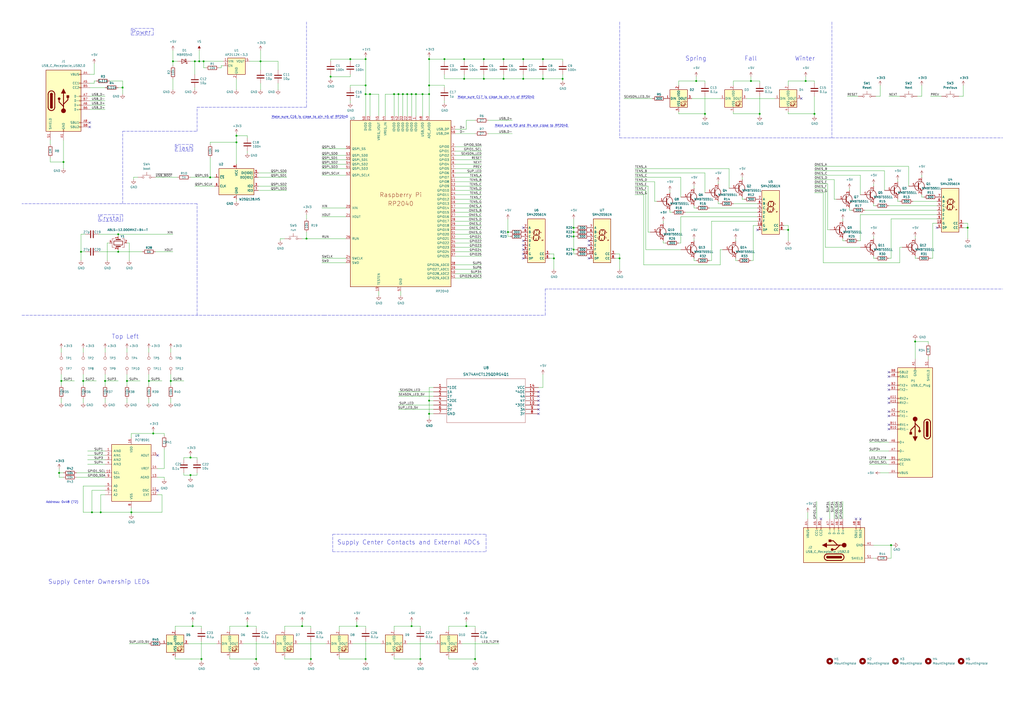
<source format=kicad_sch>
(kicad_sch (version 20211123) (generator eeschema)
  (paper "A2")
  (junction (at 280.67 34.29))
  (junction (at 332.74 132.08))
  (junction (at 245.11 54.61))
  (junction (at 530.86 198.12))
  (junction (at 332.74 134.62))
  (junction (at 314.96 45.72))
  (junction (at 236.22 54.61))
  (junction (at 99.06 220.98))
  (junction (at 177.8 138.43))
  (junction (at 76.2 297.18))
  (junction (at 116.84 382.27))
  (junction (at 472.44 66.04))
  (junction (at 58.42 297.18))
  (junction (at 467.36 46.99))
  (junction (at 180.34 382.27))
  (junction (at 408.94 66.04))
  (junction (at 191.77 44.45))
  (junction (at 151.13 35.56))
  (junction (at 248.92 54.61))
  (junction (at 121.92 102.87))
  (junction (at 248.92 49.53))
  (junction (at 269.24 34.29))
  (junction (at 113.03 35.56))
  (junction (at 207.01 363.22))
  (junction (at 228.6 54.61))
  (junction (at 53.34 297.18))
  (junction (at 46.99 146.05))
  (junction (at 516.89 316.23))
  (junction (at 233.68 54.61))
  (junction (at 359.41 149.86))
  (junction (at 88.9 251.46))
  (junction (at 68.58 146.05))
  (junction (at 118.11 35.56))
  (junction (at 68.58 135.89))
  (junction (at 110.49 265.43))
  (junction (at 561.34 132.08))
  (junction (at 241.3 54.61))
  (junction (at 212.09 54.61))
  (junction (at 280.67 45.72))
  (junction (at 212.09 49.53))
  (junction (at 214.63 54.61))
  (junction (at 71.12 50.8))
  (junction (at 100.33 35.56))
  (junction (at 292.1 34.29))
  (junction (at 435.61 46.99))
  (junction (at 332.74 137.16))
  (junction (at 175.26 363.22))
  (junction (at 403.86 46.99))
  (junction (at 248.92 240.03))
  (junction (at 212.09 382.27))
  (junction (at 248.92 34.29))
  (junction (at 257.81 34.29))
  (junction (at 111.76 363.22))
  (junction (at 35.56 220.98))
  (junction (at 238.76 363.22))
  (junction (at 248.92 232.41))
  (junction (at 269.24 45.72))
  (junction (at 212.09 34.29))
  (junction (at 326.39 45.72))
  (junction (at 73.66 220.98))
  (junction (at 321.31 149.86))
  (junction (at 34.29 274.32))
  (junction (at 332.74 144.78))
  (junction (at 440.69 66.04))
  (junction (at 457.2 133.35))
  (junction (at 48.26 220.98))
  (junction (at 115.57 35.56))
  (junction (at 275.59 382.27))
  (junction (at 203.2 34.29))
  (junction (at 292.1 45.72))
  (junction (at 270.51 363.22))
  (junction (at 303.53 34.29))
  (junction (at 137.16 78.74))
  (junction (at 231.14 54.61))
  (junction (at 294.64 134.62))
  (junction (at 36.83 93.98))
  (junction (at 238.76 54.61))
  (junction (at 137.16 82.55))
  (junction (at 143.51 363.22))
  (junction (at 60.96 220.98))
  (junction (at 243.84 382.27))
  (junction (at 86.36 220.98))
  (junction (at 303.53 45.72))
  (junction (at 110.49 275.59))
  (junction (at 148.59 382.27))
  (junction (at 314.96 34.29))
  (no_connect (at 52.07 71.12))
  (no_connect (at 52.07 73.66))
  (no_connect (at 91.44 264.16))
  (no_connect (at 91.44 284.48))
  (no_connect (at 543.56 132.08))
  (no_connect (at 312.42 227.33))
  (no_connect (at 312.42 229.87))
  (no_connect (at 312.42 232.41))
  (no_connect (at 312.42 234.95))
  (no_connect (at 312.42 237.49))
  (no_connect (at 312.42 240.03))
  (no_connect (at 464.82 57.15))
  (no_connect (at 476.25 300.99))
  (no_connect (at 496.57 300.99))
  (no_connect (at 499.11 300.99))
  (no_connect (at 303.53 147.32))
  (no_connect (at 303.53 144.78))
  (no_connect (at 303.53 149.86))
  (no_connect (at 303.53 142.24))
  (no_connect (at 303.53 139.7))
  (no_connect (at 303.53 132.08))
  (no_connect (at 341.63 142.24))
  (no_connect (at 341.63 139.7))
  (no_connect (at 341.63 149.86))
  (no_connect (at 439.42 133.35))
  (no_connect (at 515.62 246.38))
  (no_connect (at 515.62 248.92))
  (no_connect (at 515.62 226.06))
  (no_connect (at 515.62 241.3))
  (no_connect (at 515.62 238.76))
  (no_connect (at 515.62 223.52))
  (no_connect (at 515.62 233.68))
  (no_connect (at 515.62 231.14))
  (no_connect (at 515.62 218.44))
  (no_connect (at 515.62 215.9))
  (wire (pts (xy 113.03 35.56) (xy 113.03 43.18)))
  (wire (pts (xy 186.69 120.65) (xy 200.66 120.65)))
  (wire (pts (xy 264.16 156.21) (xy 279.4 156.21)))
  (wire (pts (xy 91.44 271.78) (xy 95.25 271.78)))
  (wire (pts (xy 521.97 143.51) (xy 521.97 152.4)))
  (wire (pts (xy 275.59 372.11) (xy 275.59 382.27)))
  (wire (pts (xy 506.73 323.85) (xy 508 323.85)))
  (wire (pts (xy 478.79 143.51) (xy 478.79 109.22)))
  (wire (pts (xy 76.2 254) (xy 76.2 251.46)))
  (wire (pts (xy 388.62 110.49) (xy 388.62 111.76)))
  (wire (pts (xy 318.77 147.32) (xy 321.31 147.32)))
  (wire (pts (xy 143.51 363.22) (xy 148.59 363.22)))
  (wire (pts (xy 270.51 363.22) (xy 275.59 363.22)))
  (wire (pts (xy 186.69 95.25) (xy 200.66 95.25)))
  (wire (pts (xy 393.7 46.99) (xy 403.86 46.99)))
  (wire (pts (xy 214.63 54.61) (xy 212.09 54.61)))
  (wire (pts (xy 440.69 55.88) (xy 440.69 66.04)))
  (wire (pts (xy 332.74 132.08) (xy 334.01 132.08)))
  (wire (pts (xy 539.75 149.86) (xy 541.02 149.86)))
  (wire (pts (xy 54.61 48.26) (xy 54.61 46.99)))
  (wire (pts (xy 231.14 54.61) (xy 233.68 54.61)))
  (wire (pts (xy 375.92 134.62) (xy 375.92 107.95)))
  (polyline (pts (xy 88.9 20.32) (xy 88.9 16.51)))
  (wire (pts (xy 219.71 54.61) (xy 214.63 54.61)))
  (wire (pts (xy 538.48 199.39) (xy 538.48 198.12)))
  (wire (pts (xy 425.45 46.99) (xy 435.61 46.99)))
  (wire (pts (xy 118.11 35.56) (xy 129.54 35.56)))
  (wire (pts (xy 219.71 168.91) (xy 219.71 171.45)))
  (wire (pts (xy 35.56 231.14) (xy 35.56 233.68)))
  (wire (pts (xy 88.9 251.46) (xy 95.25 251.46)))
  (wire (pts (xy 80.01 102.87) (xy 77.47 102.87)))
  (polyline (pts (xy 359.41 12.7) (xy 359.41 63.5)))
  (wire (pts (xy 497.84 139.7) (xy 499.11 139.7)))
  (wire (pts (xy 292.1 43.18) (xy 292.1 45.72)))
  (wire (pts (xy 435.61 151.13) (xy 436.88 151.13)))
  (wire (pts (xy 212.09 363.22) (xy 212.09 364.49)))
  (wire (pts (xy 29.21 91.44) (xy 29.21 93.98)))
  (wire (pts (xy 116.84 383.54) (xy 116.84 382.27)))
  (wire (pts (xy 196.85 381) (xy 196.85 382.27)))
  (wire (pts (xy 248.92 34.29) (xy 248.92 49.53)))
  (wire (pts (xy 48.26 220.98) (xy 55.88 220.98)))
  (wire (pts (xy 62.23 140.97) (xy 62.23 151.13)))
  (wire (pts (xy 275.59 363.22) (xy 275.59 364.49)))
  (wire (pts (xy 99.06 201.93) (xy 99.06 204.47)))
  (wire (pts (xy 264.16 135.89) (xy 279.4 135.89)))
  (wire (pts (xy 50.8 261.62) (xy 60.96 261.62)))
  (wire (pts (xy 426.72 149.86) (xy 426.72 151.13)))
  (wire (pts (xy 515.62 149.86) (xy 516.89 149.86)))
  (wire (pts (xy 149.86 100.33) (xy 166.37 100.33)))
  (polyline (pts (xy 281.94 309.88) (xy 281.94 320.04)))
  (wire (pts (xy 457.2 130.81) (xy 457.2 133.35)))
  (wire (pts (xy 513.08 110.49) (xy 513.08 99.06)))
  (wire (pts (xy 260.35 382.27) (xy 275.59 382.27)))
  (wire (pts (xy 538.48 208.28) (xy 538.48 207.01)))
  (wire (pts (xy 264.16 133.35) (xy 279.4 133.35)))
  (wire (pts (xy 472.44 46.99) (xy 472.44 48.26)))
  (wire (pts (xy 303.53 34.29) (xy 314.96 34.29)))
  (wire (pts (xy 416.56 105.41) (xy 416.56 106.68)))
  (wire (pts (xy 57.15 135.89) (xy 68.58 135.89)))
  (wire (pts (xy 359.41 147.32) (xy 359.41 149.86)))
  (wire (pts (xy 264.16 118.11) (xy 279.4 118.11)))
  (wire (pts (xy 499.11 124.46) (xy 543.56 124.46)))
  (polyline (pts (xy 101.6 87.63) (xy 111.76 87.63)))
  (wire (pts (xy 172.72 373.38) (xy 189.23 373.38)))
  (wire (pts (xy 368.3 113.03) (xy 373.38 113.03)))
  (wire (pts (xy 68.58 135.89) (xy 100.33 135.89)))
  (wire (pts (xy 106.68 275.59) (xy 110.49 275.59)))
  (wire (pts (xy 111.76 363.22) (xy 116.84 363.22)))
  (polyline (pts (xy 57.15 128.27) (xy 71.12 128.27)))
  (wire (pts (xy 144.78 35.56) (xy 151.13 35.56)))
  (wire (pts (xy 384.81 128.27) (xy 384.81 129.54)))
  (wire (pts (xy 425.45 66.04) (xy 440.69 66.04)))
  (polyline (pts (xy 193.04 320.04) (xy 193.04 309.88)))
  (wire (pts (xy 95.25 260.35) (xy 95.25 271.78)))
  (wire (pts (xy 133.35 363.22) (xy 143.51 363.22)))
  (wire (pts (xy 332.74 134.62) (xy 334.01 134.62)))
  (wire (pts (xy 332.74 144.78) (xy 332.74 147.32)))
  (wire (pts (xy 260.35 363.22) (xy 270.51 363.22)))
  (wire (pts (xy 36.83 276.86) (xy 34.29 276.86)))
  (wire (pts (xy 535.94 114.3) (xy 534.67 114.3)))
  (wire (pts (xy 401.32 57.15) (xy 417.83 57.15)))
  (wire (pts (xy 231.14 234.95) (xy 251.46 234.95)))
  (polyline (pts (xy 12.7 182.88) (xy 187.96 182.88)))
  (polyline (pts (xy 265.43 57.15) (xy 309.88 57.15)))
  (wire (pts (xy 175.26 360.68) (xy 175.26 363.22)))
  (wire (pts (xy 175.26 363.22) (xy 180.34 363.22)))
  (wire (pts (xy 558.8 49.53) (xy 558.8 55.88)))
  (wire (pts (xy 264.16 128.27) (xy 279.4 128.27)))
  (wire (pts (xy 436.88 130.81) (xy 439.42 130.81)))
  (wire (pts (xy 93.98 287.02) (xy 91.44 287.02)))
  (wire (pts (xy 233.68 54.61) (xy 236.22 54.61)))
  (wire (pts (xy 508 149.86) (xy 506.73 149.86)))
  (wire (pts (xy 137.16 77.47) (xy 137.16 78.74)))
  (wire (pts (xy 54.61 43.18) (xy 54.61 36.83)))
  (wire (pts (xy 318.77 149.86) (xy 321.31 149.86)))
  (wire (pts (xy 426.72 138.43) (xy 426.72 139.7)))
  (wire (pts (xy 48.26 217.17) (xy 48.26 220.98)))
  (wire (pts (xy 499.11 113.03) (xy 499.11 101.6)))
  (wire (pts (xy 472.44 67.31) (xy 472.44 66.04)))
  (wire (pts (xy 264.16 146.05) (xy 279.4 146.05)))
  (wire (pts (xy 191.77 43.18) (xy 191.77 44.45)))
  (wire (pts (xy 264.16 90.17) (xy 279.4 90.17)))
  (wire (pts (xy 100.33 35.56) (xy 100.33 38.1)))
  (wire (pts (xy 228.6 363.22) (xy 238.76 363.22)))
  (wire (pts (xy 133.35 382.27) (xy 148.59 382.27)))
  (wire (pts (xy 264.16 110.49) (xy 279.4 110.49)))
  (wire (pts (xy 48.26 220.98) (xy 48.26 223.52)))
  (wire (pts (xy 165.1 365.76) (xy 165.1 363.22)))
  (wire (pts (xy 76.2 297.18) (xy 93.98 297.18)))
  (wire (pts (xy 248.92 33.02) (xy 248.92 34.29)))
  (wire (pts (xy 417.83 118.11) (xy 416.56 118.11)))
  (wire (pts (xy 377.19 134.62) (xy 375.92 134.62)))
  (wire (pts (xy 425.45 118.11) (xy 439.42 118.11)))
  (wire (pts (xy 303.53 43.18) (xy 303.53 45.72)))
  (wire (pts (xy 416.56 116.84) (xy 416.56 118.11)))
  (wire (pts (xy 332.74 137.16) (xy 334.01 137.16)))
  (wire (pts (xy 332.74 132.08) (xy 332.74 134.62)))
  (wire (pts (xy 264.16 123.19) (xy 279.4 123.19)))
  (wire (pts (xy 73.66 140.97) (xy 74.93 140.97)))
  (wire (pts (xy 468.63 297.18) (xy 468.63 300.99)))
  (wire (pts (xy 110.49 102.87) (xy 121.92 102.87)))
  (wire (pts (xy 203.2 35.56) (xy 203.2 34.29)))
  (wire (pts (xy 191.77 34.29) (xy 203.2 34.29)))
  (wire (pts (xy 248.92 232.41) (xy 251.46 232.41)))
  (wire (pts (xy 264.16 138.43) (xy 279.4 138.43)))
  (wire (pts (xy 161.29 40.64) (xy 161.29 35.56)))
  (wire (pts (xy 326.39 43.18) (xy 326.39 45.72)))
  (wire (pts (xy 523.24 143.51) (xy 521.97 143.51)))
  (wire (pts (xy 68.58 144.78) (xy 68.58 146.05)))
  (wire (pts (xy 264.16 153.67) (xy 279.4 153.67)))
  (wire (pts (xy 46.99 135.89) (xy 46.99 146.05)))
  (wire (pts (xy 393.7 140.97) (xy 394.97 140.97)))
  (polyline (pts (xy 316.23 182.88) (xy 316.23 167.64)))
  (wire (pts (xy 99.06 220.98) (xy 99.06 223.52)))
  (wire (pts (xy 232.41 168.91) (xy 232.41 171.45)))
  (wire (pts (xy 257.81 50.8) (xy 257.81 49.53)))
  (wire (pts (xy 477.52 152.4) (xy 477.52 111.76)))
  (wire (pts (xy 488.95 138.43) (xy 488.95 139.7)))
  (wire (pts (xy 359.41 149.86) (xy 359.41 156.21)))
  (wire (pts (xy 332.74 137.16) (xy 332.74 144.78)))
  (wire (pts (xy 506.73 137.16) (xy 506.73 138.43)))
  (wire (pts (xy 264.16 97.79) (xy 279.4 97.79)))
  (wire (pts (xy 52.07 63.5) (xy 60.96 63.5)))
  (wire (pts (xy 44.45 276.86) (xy 60.96 276.86)))
  (wire (pts (xy 248.92 224.79) (xy 248.92 232.41)))
  (polyline (pts (xy 193.04 320.04) (xy 281.94 320.04)))
  (wire (pts (xy 472.44 55.88) (xy 472.44 66.04)))
  (wire (pts (xy 379.73 116.84) (xy 379.73 105.41)))
  (wire (pts (xy 384.81 139.7) (xy 384.81 140.97)))
  (wire (pts (xy 73.66 220.98) (xy 73.66 223.52)))
  (wire (pts (xy 280.67 35.56) (xy 280.67 34.29)))
  (wire (pts (xy 430.53 114.3) (xy 430.53 115.57)))
  (wire (pts (xy 516.89 127) (xy 543.56 127)))
  (wire (pts (xy 425.45 64.77) (xy 425.45 66.04)))
  (wire (pts (xy 238.76 67.31) (xy 238.76 54.61)))
  (wire (pts (xy 101.6 363.22) (xy 111.76 363.22)))
  (wire (pts (xy 128.27 38.1) (xy 129.54 38.1)))
  (wire (pts (xy 101.6 365.76) (xy 101.6 363.22)))
  (wire (pts (xy 60.96 220.98) (xy 60.96 223.52)))
  (wire (pts (xy 200.66 152.4) (xy 186.69 152.4)))
  (wire (pts (xy 270.51 69.85) (xy 275.59 69.85)))
  (wire (pts (xy 161.29 35.56) (xy 151.13 35.56)))
  (wire (pts (xy 264.16 92.71) (xy 279.4 92.71)))
  (wire (pts (xy 86.36 220.98) (xy 86.36 223.52)))
  (wire (pts (xy 60.96 217.17) (xy 60.96 220.98)))
  (wire (pts (xy 270.51 69.85) (xy 270.51 74.93)))
  (wire (pts (xy 36.83 81.28) (xy 36.83 93.98)))
  (wire (pts (xy 516.89 316.23) (xy 506.73 316.23)))
  (wire (pts (xy 408.94 55.88) (xy 408.94 66.04)))
  (wire (pts (xy 402.59 149.86) (xy 402.59 151.13)))
  (wire (pts (xy 110.49 275.59) (xy 110.49 276.86)))
  (wire (pts (xy 504.19 269.24) (xy 515.62 269.24)))
  (wire (pts (xy 264.16 161.29) (xy 279.4 161.29)))
  (wire (pts (xy 73.66 201.93) (xy 73.66 204.47)))
  (wire (pts (xy 389.89 123.19) (xy 388.62 123.19)))
  (wire (pts (xy 483.87 115.57) (xy 483.87 104.14)))
  (polyline (pts (xy 76.2 20.32) (xy 88.9 20.32)))
  (wire (pts (xy 314.96 45.72) (xy 303.53 45.72)))
  (wire (pts (xy 520.7 104.14) (xy 520.7 105.41)))
  (wire (pts (xy 44.45 274.32) (xy 60.96 274.32)))
  (wire (pts (xy 48.26 201.93) (xy 48.26 204.47)))
  (wire (pts (xy 29.21 93.98) (xy 36.83 93.98)))
  (wire (pts (xy 90.17 146.05) (xy 100.33 146.05)))
  (wire (pts (xy 504.19 261.62) (xy 515.62 261.62)))
  (wire (pts (xy 48.26 297.18) (xy 53.34 297.18)))
  (polyline (pts (xy 287.02 73.66) (xy 330.2 73.66)))
  (wire (pts (xy 228.6 54.61) (xy 231.14 54.61)))
  (wire (pts (xy 114.3 274.32) (xy 114.3 275.59)))
  (wire (pts (xy 223.52 54.61) (xy 228.6 54.61)))
  (wire (pts (xy 52.07 48.26) (xy 54.61 48.26)))
  (wire (pts (xy 558.8 132.08) (xy 561.34 132.08)))
  (wire (pts (xy 483.87 290.83) (xy 483.87 300.99)))
  (wire (pts (xy 534.67 113.03) (xy 534.67 114.3)))
  (wire (pts (xy 88.9 250.19) (xy 88.9 251.46)))
  (wire (pts (xy 492.76 120.65) (xy 492.76 121.92)))
  (wire (pts (xy 76.2 251.46) (xy 88.9 251.46)))
  (wire (pts (xy 127 39.37) (xy 128.27 39.37)))
  (wire (pts (xy 491.49 55.88) (xy 497.84 55.88)))
  (wire (pts (xy 294.64 137.16) (xy 295.91 137.16)))
  (wire (pts (xy 46.99 146.05) (xy 46.99 151.13)))
  (wire (pts (xy 68.58 146.05) (xy 82.55 146.05)))
  (wire (pts (xy 516.89 323.85) (xy 516.89 316.23)))
  (wire (pts (xy 368.3 105.41) (xy 379.73 105.41)))
  (wire (pts (xy 238.76 54.61) (xy 241.3 54.61)))
  (wire (pts (xy 257.81 43.18) (xy 257.81 45.72)))
  (wire (pts (xy 251.46 224.79) (xy 248.92 224.79)))
  (wire (pts (xy 248.92 54.61) (xy 248.92 67.31)))
  (wire (pts (xy 73.66 220.98) (xy 81.28 220.98)))
  (wire (pts (xy 485.14 115.57) (xy 483.87 115.57)))
  (wire (pts (xy 269.24 45.72) (xy 257.81 45.72)))
  (wire (pts (xy 280.67 34.29) (xy 292.1 34.29)))
  (wire (pts (xy 402.59 107.95) (xy 402.59 109.22)))
  (wire (pts (xy 361.95 57.15) (xy 378.46 57.15)))
  (wire (pts (xy 228.6 67.31) (xy 228.6 54.61)))
  (wire (pts (xy 457.2 133.35) (xy 457.2 139.7)))
  (wire (pts (xy 236.22 67.31) (xy 236.22 54.61)))
  (wire (pts (xy 303.53 45.72) (xy 292.1 45.72)))
  (polyline (pts (xy 57.15 124.46) (xy 57.15 128.27)))
  (wire (pts (xy 561.34 129.54) (xy 561.34 132.08)))
  (wire (pts (xy 212.09 383.54) (xy 212.09 382.27)))
  (wire (pts (xy 49.53 146.05) (xy 46.99 146.05)))
  (wire (pts (xy 518.16 316.23) (xy 516.89 316.23)))
  (wire (pts (xy 433.07 57.15) (xy 449.58 57.15)))
  (wire (pts (xy 50.8 264.16) (xy 60.96 264.16)))
  (wire (pts (xy 264.16 148.59) (xy 279.4 148.59)))
  (wire (pts (xy 457.2 46.99) (xy 467.36 46.99)))
  (wire (pts (xy 510.54 49.53) (xy 510.54 55.88)))
  (wire (pts (xy 264.16 77.47) (xy 275.59 77.47)))
  (wire (pts (xy 99.06 217.17) (xy 99.06 220.98)))
  (wire (pts (xy 472.44 96.52) (xy 527.05 96.52)))
  (wire (pts (xy 431.8 115.57) (xy 430.53 115.57)))
  (wire (pts (xy 53.34 284.48) (xy 53.34 297.18)))
  (wire (pts (xy 137.16 115.57) (xy 137.16 116.84)))
  (wire (pts (xy 411.48 120.65) (xy 439.42 120.65)))
  (wire (pts (xy 294.64 127) (xy 294.64 134.62)))
  (wire (pts (xy 436.88 151.13) (xy 436.88 130.81)))
  (wire (pts (xy 113.03 35.56) (xy 115.57 35.56)))
  (wire (pts (xy 270.51 360.68) (xy 270.51 363.22)))
  (wire (pts (xy 110.49 265.43) (xy 106.68 265.43)))
  (wire (pts (xy 394.97 114.3) (xy 394.97 102.87)))
  (wire (pts (xy 86.36 217.17) (xy 86.36 220.98)))
  (wire (pts (xy 196.85 363.22) (xy 207.01 363.22)))
  (wire (pts (xy 74.93 373.38) (xy 86.36 373.38)))
  (wire (pts (xy 486.41 290.83) (xy 486.41 300.99)))
  (wire (pts (xy 101.6 382.27) (xy 116.84 382.27)))
  (wire (pts (xy 403.86 120.65) (xy 402.59 120.65)))
  (wire (pts (xy 113.03 107.95) (xy 124.46 107.95)))
  (wire (pts (xy 332.74 127) (xy 332.74 132.08)))
  (wire (pts (xy 530.86 196.85) (xy 530.86 198.12)))
  (wire (pts (xy 60.96 284.48) (xy 53.34 284.48)))
  (wire (pts (xy 52.07 43.18) (xy 54.61 43.18)))
  (wire (pts (xy 35.56 220.98) (xy 35.56 223.52)))
  (wire (pts (xy 165.1 381) (xy 165.1 382.27)))
  (wire (pts (xy 472.44 99.06) (xy 513.08 99.06)))
  (wire (pts (xy 228.6 365.76) (xy 228.6 363.22)))
  (wire (pts (xy 520.7 115.57) (xy 520.7 116.84)))
  (wire (pts (xy 180.34 372.11) (xy 180.34 382.27)))
  (wire (pts (xy 368.3 100.33) (xy 408.94 100.33)))
  (wire (pts (xy 200.66 125.73) (xy 186.69 125.73)))
  (wire (pts (xy 228.6 381) (xy 228.6 382.27)))
  (wire (pts (xy 473.71 290.83) (xy 473.71 300.99)))
  (wire (pts (xy 35.56 220.98) (xy 43.18 220.98)))
  (wire (pts (xy 101.6 381) (xy 101.6 382.27)))
  (polyline (pts (xy 111.76 87.63) (xy 111.76 83.82)))
  (wire (pts (xy 269.24 34.29) (xy 280.67 34.29)))
  (wire (pts (xy 408.94 111.76) (xy 408.94 100.33)))
  (polyline (pts (xy 114.3 118.11) (xy 12.7 118.11)))
  (wire (pts (xy 499.11 143.51) (xy 478.79 143.51)))
  (polyline (pts (xy 71.12 124.46) (xy 57.15 124.46)))
  (wire (pts (xy 212.09 33.02) (xy 212.09 34.29)))
  (wire (pts (xy 248.92 49.53) (xy 248.92 54.61)))
  (wire (pts (xy 472.44 109.22) (xy 478.79 109.22)))
  (wire (pts (xy 50.8 269.24) (xy 60.96 269.24)))
  (wire (pts (xy 243.84 372.11) (xy 243.84 382.27)))
  (wire (pts (xy 538.48 198.12) (xy 530.86 198.12)))
  (wire (pts (xy 435.61 46.99) (xy 440.69 46.99)))
  (wire (pts (xy 264.16 100.33) (xy 279.4 100.33)))
  (wire (pts (xy 115.57 35.56) (xy 118.11 35.56)))
  (wire (pts (xy 283.21 77.47) (xy 297.18 77.47)))
  (wire (pts (xy 312.42 224.79) (xy 314.96 224.79)))
  (wire (pts (xy 34.29 271.78) (xy 34.29 274.32)))
  (wire (pts (xy 118.11 39.37) (xy 118.11 35.56)))
  (wire (pts (xy 529.59 116.84) (xy 543.56 116.84)))
  (wire (pts (xy 110.49 35.56) (xy 113.03 35.56)))
  (wire (pts (xy 106.68 274.32) (xy 106.68 275.59)))
  (wire (pts (xy 58.42 297.18) (xy 76.2 297.18)))
  (wire (pts (xy 34.29 274.32) (xy 36.83 274.32)))
  (wire (pts (xy 34.29 276.86) (xy 34.29 274.32)))
  (wire (pts (xy 292.1 35.56) (xy 292.1 34.29)))
  (wire (pts (xy 99.06 220.98) (xy 106.68 220.98)))
  (wire (pts (xy 236.22 54.61) (xy 238.76 54.61)))
  (wire (pts (xy 515.62 55.88) (xy 521.97 55.88)))
  (wire (pts (xy 264.16 87.63) (xy 279.4 87.63)))
  (wire (pts (xy 454.66 130.81) (xy 457.2 130.81)))
  (wire (pts (xy 393.7 66.04) (xy 408.94 66.04)))
  (wire (pts (xy 137.16 45.72) (xy 137.16 52.07)))
  (wire (pts (xy 149.86 107.95) (xy 166.37 107.95)))
  (wire (pts (xy 214.63 67.31) (xy 214.63 54.61)))
  (wire (pts (xy 245.11 67.31) (xy 245.11 54.61)))
  (wire (pts (xy 71.12 46.99) (xy 71.12 50.8)))
  (wire (pts (xy 248.92 34.29) (xy 257.81 34.29)))
  (wire (pts (xy 408.94 67.31) (xy 408.94 66.04)))
  (wire (pts (xy 76.2 297.18) (xy 76.2 298.45)))
  (wire (pts (xy 541.02 149.86) (xy 541.02 129.54)))
  (wire (pts (xy 457.2 66.04) (xy 472.44 66.04)))
  (wire (pts (xy 121.92 82.55) (xy 137.16 82.55)))
  (wire (pts (xy 264.16 125.73) (xy 279.4 125.73)))
  (wire (pts (xy 269.24 35.56) (xy 269.24 34.29)))
  (wire (pts (xy 86.36 220.98) (xy 93.98 220.98)))
  (wire (pts (xy 356.87 149.86) (xy 359.41 149.86)))
  (wire (pts (xy 102.87 102.87) (xy 90.17 102.87)))
  (wire (pts (xy 403.86 151.13) (xy 402.59 151.13)))
  (polyline (pts (xy 316.23 167.64) (xy 581.66 167.64)))
  (wire (pts (xy 386.08 140.97) (xy 384.81 140.97)))
  (wire (pts (xy 264.16 107.95) (xy 279.4 107.95)))
  (wire (pts (xy 368.3 102.87) (xy 394.97 102.87)))
  (wire (pts (xy 86.36 201.93) (xy 86.36 204.47)))
  (wire (pts (xy 121.92 83.82) (xy 121.92 82.55)))
  (wire (pts (xy 532.13 55.88) (xy 534.67 55.88)))
  (wire (pts (xy 248.92 240.03) (xy 248.92 242.57)))
  (wire (pts (xy 180.34 383.54) (xy 180.34 382.27)))
  (wire (pts (xy 95.25 278.13) (xy 95.25 276.86)))
  (wire (pts (xy 60.96 287.02) (xy 58.42 287.02)))
  (polyline (pts (xy 111.76 83.82) (xy 101.6 83.82)))
  (wire (pts (xy 394.97 144.78) (xy 374.65 144.78)))
  (wire (pts (xy 403.86 44.45) (xy 403.86 46.99)))
  (wire (pts (xy 212.09 34.29) (xy 212.09 49.53)))
  (wire (pts (xy 467.36 46.99) (xy 472.44 46.99)))
  (wire (pts (xy 200.66 86.36) (xy 186.69 86.36)))
  (wire (pts (xy 35.56 217.17) (xy 35.56 220.98)))
  (wire (pts (xy 332.74 144.78) (xy 334.01 144.78)))
  (wire (pts (xy 269.24 43.18) (xy 269.24 45.72)))
  (polyline (pts (xy 71.12 128.27) (xy 71.12 124.46)))
  (wire (pts (xy 207.01 363.22) (xy 212.09 363.22)))
  (wire (pts (xy 294.64 134.62) (xy 295.91 134.62)))
  (wire (pts (xy 532.13 149.86) (xy 530.86 149.86)))
  (wire (pts (xy 74.93 140.97) (xy 74.93 151.13)))
  (wire (pts (xy 238.76 363.22) (xy 243.84 363.22)))
  (wire (pts (xy 52.07 50.8) (xy 60.96 50.8)))
  (wire (pts (xy 52.07 58.42) (xy 60.96 58.42)))
  (wire (pts (xy 314.96 35.56) (xy 314.96 34.29)))
  (wire (pts (xy 29.21 81.28) (xy 29.21 83.82)))
  (polyline (pts (xy 76.2 16.51) (xy 76.2 20.32)))
  (wire (pts (xy 504.19 256.54) (xy 515.62 256.54)))
  (wire (pts (xy 534.67 101.6) (xy 534.67 102.87)))
  (wire (pts (xy 368.3 97.79) (xy 422.91 97.79)))
  (wire (pts (xy 314.96 45.72) (xy 326.39 45.72)))
  (wire (pts (xy 48.26 231.14) (xy 48.26 233.68)))
  (wire (pts (xy 63.5 140.97) (xy 62.23 140.97)))
  (wire (pts (xy 223.52 67.31) (xy 223.52 54.61)))
  (wire (pts (xy 457.2 64.77) (xy 457.2 66.04)))
  (wire (pts (xy 393.7 49.53) (xy 393.7 46.99)))
  (polyline (pts (xy 193.04 309.88) (xy 281.94 309.88)))
  (wire (pts (xy 243.84 383.54) (xy 243.84 382.27)))
  (wire (pts (xy 151.13 29.21) (xy 151.13 35.56)))
  (wire (pts (xy 110.49 275.59) (xy 114.3 275.59)))
  (wire (pts (xy 203.2 44.45) (xy 203.2 43.18)))
  (wire (pts (xy 472.44 106.68) (xy 480.06 106.68)))
  (wire (pts (xy 472.44 104.14) (xy 483.87 104.14)))
  (wire (pts (xy 128.27 39.37) (xy 128.27 38.1)))
  (wire (pts (xy 219.71 67.31) (xy 219.71 54.61)))
  (wire (pts (xy 151.13 35.56) (xy 151.13 40.64)))
  (wire (pts (xy 53.34 297.18) (xy 58.42 297.18)))
  (wire (pts (xy 116.84 372.11) (xy 116.84 382.27)))
  (wire (pts (xy 49.53 135.89) (xy 46.99 135.89)))
  (wire (pts (xy 472.44 101.6) (xy 499.11 101.6)))
  (wire (pts (xy 243.84 363.22) (xy 243.84 364.49)))
  (wire (pts (xy 435.61 44.45) (xy 435.61 46.99)))
  (wire (pts (xy 264.16 95.25) (xy 279.4 95.25)))
  (wire (pts (xy 149.86 110.49) (xy 166.37 110.49)))
  (wire (pts (xy 212.09 372.11) (xy 212.09 382.27)))
  (wire (pts (xy 530.86 137.16) (xy 530.86 138.43)))
  (wire (pts (xy 161.29 48.26) (xy 161.29 52.07)))
  (wire (pts (xy 100.33 35.56) (xy 102.87 35.56)))
  (wire (pts (xy 508 119.38) (xy 506.73 119.38)))
  (wire (pts (xy 264.16 140.97) (xy 279.4 140.97)))
  (wire (pts (xy 264.16 105.41) (xy 279.4 105.41)))
  (wire (pts (xy 257.81 34.29) (xy 269.24 34.29)))
  (wire (pts (xy 106.68 265.43) (xy 106.68 266.7)))
  (wire (pts (xy 356.87 147.32) (xy 359.41 147.32)))
  (wire (pts (xy 558.8 129.54) (xy 561.34 129.54)))
  (wire (pts (xy 248.92 232.41) (xy 248.92 240.03)))
  (wire (pts (xy 539.75 55.88) (xy 546.1 55.88)))
  (wire (pts (xy 113.03 50.8) (xy 113.03 52.07)))
  (wire (pts (xy 264.16 143.51) (xy 279.4 143.51)))
  (wire (pts (xy 133.35 365.76) (xy 133.35 363.22)))
  (wire (pts (xy 68.58 137.16) (xy 68.58 135.89)))
  (wire (pts (xy 191.77 44.45) (xy 203.2 44.45)))
  (wire (pts (xy 530.86 148.59) (xy 530.86 149.86)))
  (wire (pts (xy 121.92 102.87) (xy 124.46 102.87)))
  (wire (pts (xy 177.8 124.46) (xy 177.8 127)))
  (wire (pts (xy 99.06 231.14) (xy 99.06 233.68)))
  (wire (pts (xy 264.16 115.57) (xy 279.4 115.57)))
  (wire (pts (xy 292.1 34.29) (xy 303.53 34.29)))
  (wire (pts (xy 267.97 373.38) (xy 289.56 373.38)))
  (wire (pts (xy 280.67 43.18) (xy 280.67 45.72)))
  (wire (pts (xy 402.59 138.43) (xy 402.59 139.7)))
  (wire (pts (xy 119.38 39.37) (xy 118.11 39.37)))
  (wire (pts (xy 481.33 133.35) (xy 480.06 133.35)))
  (wire (pts (xy 303.53 35.56) (xy 303.53 34.29)))
  (wire (pts (xy 115.57 29.21) (xy 115.57 35.56)))
  (wire (pts (xy 54.61 46.99) (xy 55.88 46.99)))
  (wire (pts (xy 111.76 360.68) (xy 111.76 363.22)))
  (wire (pts (xy 492.76 109.22) (xy 492.76 110.49)))
  (wire (pts (xy 506.73 118.11) (xy 506.73 119.38)))
  (wire (pts (xy 499.11 139.7) (xy 499.11 124.46)))
  (wire (pts (xy 521.97 116.84) (xy 520.7 116.84)))
  (wire (pts (xy 488.95 290.83) (xy 488.95 300.99)))
  (wire (pts (xy 427.99 151.13) (xy 426.72 151.13)))
  (wire (pts (xy 35.56 201.93) (xy 35.56 204.47)))
  (wire (pts (xy 148.59 363.22) (xy 148.59 364.49)))
  (wire (pts (xy 321.31 147.32) (xy 321.31 149.86)))
  (wire (pts (xy 457.2 49.53) (xy 457.2 46.99)))
  (wire (pts (xy 196.85 365.76) (xy 196.85 363.22)))
  (wire (pts (xy 472.44 111.76) (xy 477.52 111.76)))
  (wire (pts (xy 165.1 382.27) (xy 180.34 382.27)))
  (wire (pts (xy 191.77 35.56) (xy 191.77 34.29)))
  (wire (pts (xy 60.96 281.94) (xy 48.26 281.94)))
  (wire (pts (xy 114.3 265.43) (xy 114.3 266.7)))
  (wire (pts (xy 200.66 149.86) (xy 186.69 149.86)))
  (wire (pts (xy 417.83 153.67) (xy 373.38 153.67)))
  (wire (pts (xy 212.09 49.53) (xy 212.09 54.61)))
  (wire (pts (xy 177.8 138.43) (xy 175.26 138.43)))
  (wire (pts (xy 326.39 35.56) (xy 326.39 34.29)))
  (wire (pts (xy 501.65 121.92) (xy 543.56 121.92)))
  (wire (pts (xy 200.66 101.6) (xy 186.69 101.6)))
  (wire (pts (xy 143.51 80.01) (xy 143.51 78.74)))
  (wire (pts (xy 100.33 45.72) (xy 100.33 52.07)))
  (wire (pts (xy 68.58 50.8) (xy 71.12 50.8)))
  (wire (pts (xy 140.97 373.38) (xy 157.48 373.38)))
  (wire (pts (xy 57.15 146.05) (xy 68.58 146.05)))
  (wire (pts (xy 91.44 276.86) (xy 95.25 276.86)))
  (wire (pts (xy 480.06 133.35) (xy 480.06 106.68)))
  (wire (pts (xy 121.92 91.44) (xy 121.92 102.87)))
  (wire (pts (xy 521.97 152.4) (xy 477.52 152.4)))
  (wire (pts (xy 534.67 49.53) (xy 534.67 55.88)))
  (polyline (pts (xy 71.12 76.2) (xy 114.3 76.2)))
  (wire (pts (xy 186.69 90.17) (xy 200.66 90.17)))
  (wire (pts (xy 231.14 237.49) (xy 251.46 237.49)))
  (wire (pts (xy 417.83 144.78) (xy 417.83 153.67)))
  (wire (pts (xy 527.05 107.95) (xy 527.05 96.52)))
  (wire (pts (xy 165.1 363.22) (xy 175.26 363.22)))
  (wire (pts (xy 264.16 113.03) (xy 279.4 113.03)))
  (wire (pts (xy 411.48 151.13) (xy 412.75 151.13)))
  (wire (pts (xy 264.16 102.87) (xy 279.4 102.87)))
  (wire (pts (xy 143.51 360.68) (xy 143.51 363.22)))
  (wire (pts (xy 397.51 123.19) (xy 439.42 123.19)))
  (wire (pts (xy 394.97 125.73) (xy 439.42 125.73)))
  (wire (pts (xy 388.62 121.92) (xy 388.62 123.19)))
  (wire (pts (xy 71.12 50.8) (xy 71.12 54.61)))
  (wire (pts (xy 374.65 144.78) (xy 374.65 110.49)))
  (polyline (pts (xy 359.41 63.5) (xy 359.41 80.01)))
  (wire (pts (xy 381 116.84) (xy 379.73 116.84)))
  (wire (pts (xy 275.59 383.54) (xy 275.59 382.27)))
  (wire (pts (xy 165.1 138.43) (xy 162.56 138.43)))
  (wire (pts (xy 162.56 138.43) (xy 162.56 139.7)))
  (wire (pts (xy 186.69 92.71) (xy 200.66 92.71)))
  (wire (pts (xy 488.95 127) (xy 488.95 128.27)))
  (wire (pts (xy 236.22 373.38) (xy 252.73 373.38)))
  (wire (pts (xy 109.22 373.38) (xy 125.73 373.38)))
  (wire (pts (xy 50.8 266.7) (xy 60.96 266.7)))
  (wire (pts (xy 143.51 87.63) (xy 143.51 88.9)))
  (wire (pts (xy 241.3 54.61) (xy 245.11 54.61)))
  (wire (pts (xy 506.73 148.59) (xy 506.73 149.86)))
  (wire (pts (xy 515.62 323.85) (xy 516.89 323.85)))
  (wire (pts (xy 137.16 82.55) (xy 137.16 95.25)))
  (polyline (pts (xy 114.3 62.23) (xy 177.8 62.23)))
  (wire (pts (xy 257.81 35.56) (xy 257.81 34.29)))
  (wire (pts (xy 77.47 102.87) (xy 77.47 104.14)))
  (wire (pts (xy 95.25 252.73) (xy 95.25 251.46)))
  (polyline (pts (xy 101.6 83.82) (xy 101.6 87.63)))
  (wire (pts (xy 510.54 274.32) (xy 515.62 274.32)))
  (wire (pts (xy 530.86 198.12) (xy 530.86 208.28)))
  (wire (pts (xy 419.1 144.78) (xy 417.83 144.78)))
  (wire (pts (xy 454.66 133.35) (xy 457.2 133.35)))
  (wire (pts (xy 508 55.88) (xy 510.54 55.88)))
  (wire (pts (xy 238.76 360.68) (xy 238.76 363.22)))
  (wire (pts (xy 332.74 147.32) (xy 334.01 147.32)))
  (wire (pts (xy 504.19 266.7) (xy 515.62 266.7)))
  (wire (pts (xy 412.75 151.13) (xy 412.75 128.27)))
  (wire (pts (xy 245.11 54.61) (xy 248.92 54.61)))
  (wire (pts (xy 60.96 220.98) (xy 68.58 220.98)))
  (wire (pts (xy 314.96 217.17) (xy 314.96 224.79)))
  (wire (pts (xy 264.16 85.09) (xy 279.4 85.09)))
  (wire (pts (xy 52.07 60.96) (xy 60.96 60.96)))
  (wire (pts (xy 110.49 265.43) (xy 114.3 265.43)))
  (wire (pts (xy 196.85 382.27) (xy 212.09 382.27)))
  (wire (pts (xy 264.16 130.81) (xy 279.4 130.81)))
  (polyline (pts (xy 359.41 80.01) (xy 482.6 80.01)))
  (wire (pts (xy 506.73 106.68) (xy 506.73 107.95)))
  (wire (pts (xy 516.89 149.86) (xy 516.89 127)))
  (polyline (pts (xy 114.3 76.2) (xy 114.3 62.23)))
  (wire (pts (xy 204.47 373.38) (xy 220.98 373.38)))
  (wire (pts (xy 148.59 372.11) (xy 148.59 382.27)))
  (wire (pts (xy 326.39 45.72) (xy 326.39 46.99)))
  (wire (pts (xy 264.16 158.75) (xy 279.4 158.75)))
  (wire (pts (xy 321.31 149.86) (xy 321.31 156.21)))
  (wire (pts (xy 110.49 264.16) (xy 110.49 265.43)))
  (wire (pts (xy 231.14 67.31) (xy 231.14 54.61)))
  (wire (pts (xy 408.94 46.99) (xy 408.94 48.26)))
  (wire (pts (xy 231.14 227.33) (xy 251.46 227.33)))
  (wire (pts (xy 180.34 363.22) (xy 180.34 364.49)))
  (wire (pts (xy 467.36 44.45) (xy 467.36 46.99)))
  (wire (pts (xy 394.97 140.97) (xy 394.97 125.73)))
  (wire (pts (xy 133.35 381) (xy 133.35 382.27)))
  (wire (pts (xy 143.51 78.74) (xy 137.16 78.74)))
  (wire (pts (xy 100.33 29.21) (xy 100.33 35.56)))
  (wire (pts (xy 177.8 134.62) (xy 177.8 138.43)))
  (wire (pts (xy 264.16 120.65) (xy 279.4 120.65)))
  (wire (pts (xy 332.74 134.62) (xy 332.74 137.16)))
  (wire (pts (xy 137.16 78.74) (xy 137.16 82.55)))
  (wire (pts (xy 149.86 102.87) (xy 166.37 102.87)))
  (wire (pts (xy 151.13 48.26) (xy 151.13 52.07)))
  (wire (pts (xy 212.09 54.61) (xy 212.09 67.31)))
  (wire (pts (xy 515.62 119.38) (xy 543.56 119.38)))
  (wire (pts (xy 191.77 44.45) (xy 191.77 45.72)))
  (wire (pts (xy 203.2 49.53) (xy 212.09 49.53)))
  (wire (pts (xy 314.96 34.29) (xy 326.39 34.29)))
  (polyline (pts (xy 157.48 68.58) (xy 200.66 68.58)))
  (wire (pts (xy 561.34 132.08) (xy 561.34 138.43)))
  (wire (pts (xy 541.02 129.54) (xy 543.56 129.54)))
  (wire (pts (xy 36.83 93.98) (xy 36.83 97.79)))
  (wire (pts (xy 186.69 97.79) (xy 200.66 97.79)))
  (wire (pts (xy 248.92 49.53) (xy 257.81 49.53)))
  (wire (pts (xy 283.21 69.85) (xy 297.18 69.85)))
  (wire (pts (xy 228.6 382.27) (xy 243.84 382.27)))
  (wire (pts (xy 368.3 107.95) (xy 375.92 107.95)))
  (wire (pts (xy 233.68 67.31) (xy 233.68 54.61)))
  (wire (pts (xy 76.2 294.64) (xy 76.2 297.18)))
  (wire (pts (xy 86.36 231.14) (xy 86.36 233.68)))
  (wire (pts (xy 264.16 74.93) (xy 270.51 74.93)))
  (wire (pts (xy 93.98 287.02) (xy 93.98 297.18)))
  (wire (pts (xy 63.5 46.99) (xy 71.12 46.99)))
  (wire (pts (xy 440.69 46.99) (xy 440.69 48.26)))
  (wire (pts (xy 393.7 64.77) (xy 393.7 66.04)))
  (wire (pts (xy 203.2 34.29) (xy 212.09 34.29)))
  (wire (pts (xy 260.35 365.76) (xy 260.35 363.22)))
  (wire (pts (xy 494.03 121.92) (xy 492.76 121.92)))
  (wire (pts (xy 292.1 45.72) (xy 280.67 45.72)))
  (wire (pts (xy 314.96 43.18) (xy 314.96 45.72)))
  (wire (pts (xy 481.33 290.83) (xy 481.33 300.99)))
  (polyline (pts (xy 88.9 16.51) (xy 76.2 16.51)))
  (wire (pts (xy 556.26 55.88) (xy 558.8 55.88)))
  (wire (pts (xy 200.66 138.43) (xy 177.8 138.43)))
  (wire (pts (xy 73.66 217.17) (xy 73.66 220.98)))
  (polyline (pts (xy 187.96 182.88) (xy 316.23 182.88)))
  (wire (pts (xy 294.64 134.62) (xy 294.64 137.16)))
  (wire (pts (xy 248.92 240.03) (xy 251.46 240.03)))
  (wire (pts (xy 58.42 287.02) (xy 58.42 297.18)))
  (wire (pts (xy 148.59 383.54) (xy 148.59 382.27)))
  (wire (pts (xy 402.59 119.38) (xy 402.59 120.65)))
  (wire (pts (xy 48.26 281.94) (xy 48.26 297.18)))
  (wire (pts (xy 52.07 55.88) (xy 60.96 55.88)))
  (wire (pts (xy 207.01 360.68) (xy 207.01 363.22)))
  (wire (pts (xy 203.2 58.42) (xy 203.2 59.69)))
  (wire (pts (xy 73.66 231.14) (xy 73.66 233.68)))
  (wire (pts (xy 425.45 49.53) (xy 425.45 46.99)))
  (wire (pts (xy 412.75 128.27) (xy 439.42 128.27)))
  (wire (pts (xy 440.69 67.31) (xy 440.69 66.04)))
  (polyline (pts (xy 71.12 118.11) (xy 71.12 76.2)))
  (wire (pts (xy 257.81 58.42) (xy 257.81 59.69)))
  (wire (pts (xy 60.96 231.14) (xy 60.96 233.68)))
  (wire (pts (xy 422.91 109.22) (xy 422.91 97.79)))
  (wire (pts (xy 280.67 45.72) (xy 269.24 45.72)))
  (polyline (pts (xy 482.6 80.01) (xy 581.66 80.01)))
  (wire (pts (xy 430.53 102.87) (xy 430.53 104.14)))
  (wire (pts (xy 368.3 110.49) (xy 374.65 110.49)))
  (wire (pts (xy 373.38 153.67) (xy 373.38 113.03)))
  (wire (pts (xy 203.2 50.8) (xy 203.2 49.53)))
  (wire (pts (xy 490.22 139.7) (xy 488.95 139.7)))
  (wire (pts (xy 116.84 363.22) (xy 116.84 364.49)))
  (wire (pts (xy 403.86 46.99) (xy 408.94 46.99)))
  (polyline (pts (xy 177.8 62.23) (xy 177.8 12.7)))
  (polyline (pts (xy 114.3 182.88) (xy 114.3 118.11)))
  (wire (pts (xy 260.35 381) (xy 260.35 382.27)))
  (wire (pts (xy 241.3 54.61) (xy 241.3 67.31)))
  (wire (pts (xy 60.96 201.93) (xy 60.96 204.47)))
  (wire (pts (xy 231.14 229.87) (xy 251.46 229.87)))
  (polyline (pts (xy 482.6 12.7) (xy 482.6 80.01)))
  (text "Winter" (at 461.01 35.56 0) (effects (font (size 2.54 2.54)) (justify left bottom)))
  (text "Crystal" (at 57.15 128.27 0) (effects (font (size 2.54 2.54)) (justify left bottom)))
  (text "Make sure C16 is close to pin 45 of RP2040" (at 157.48 68.58 0) (effects (font (size 1.27 1.27)) (justify left bottom)))
  (text "Address: 0x48 (72)" (at 26.67 292.1 0) (effects (font (size 1.27 1.27)) (justify left bottom)))
  (text "Top Left" (at 64.77 196.85 0) (effects (font (size 2.54 2.54)) (justify left bottom)))
  (text "Make sure C17 is close to pin 44 of RP2040" (at 265.43 57.15 0) (effects (font (size 1.27 1.27)) (justify left bottom)))
  (text "Supply Center Contacts and External ADCs" (at 195.58 316.23 0) (effects (font (size 2.54 2.54)) (justify left bottom)))
  (text "Supply Center Ownership LEDs" (at 27.94 339.09 0) (effects (font (size 2.54 2.54)) (justify left bottom)))
  (text "Spring" (at 397.51 35.56 0) (effects (font (size 2.54 2.54)) (justify left bottom)))
  (text "Fall" (at 431.8 35.56 0) (effects (font (size 2.54 2.54)) (justify left bottom)))
  (text "Make sure R3 and R4 are close to RP2040" (at 287.02 73.66 0) (effects (font (size 1.27 1.27)) (justify left bottom)))
  (text "Power" (at 76.2 20.32 0) (effects (font (size 2.54 2.54)) (justify left bottom)))
  (text "Flash" (at 101.6 87.63 0) (effects (font (size 2.54 2.54)) (justify left bottom)))
  (label "RUN" (at 186.69 138.43 0))
  (label "TENS_B" (at 368.3 100.33 0))
  (label "TENS_G" (at 279.4 118.11 180))
  (label "TENS_G" (at 368.3 113.03 0))
  (label "SUP34" (at 481.33 290.83 270))
  (label "SUP_LED" (at 240.03 234.95 180))
  (label "XOUT" (at 186.69 125.73 0))
  (label "TENS_D" (at 368.3 105.41 0))
  (label "TENS_C" (at 368.3 102.87 0))
  (label "USB_D-" (at 60.96 58.42 180))
  (label "USB_D+" (at 60.96 60.96 180))
  (label "ONES_F" (at 472.44 109.22 0))
  (label "XOUT" (at 100.33 146.05 180))
  (label "TENS_E" (at 368.3 107.95 0))
  (label "GPIO24" (at 279.4 146.05 180))
  (label "QSPI_SS" (at 113.03 102.87 0))
  (label "QSPI_SD0" (at 186.69 90.17 0))
  (label "ONES_C" (at 472.44 101.6 0))
  (label "D-" (at 266.7 77.47 0))
  (label "RESET" (at 279.4 92.71 180))
  (label "SUP34" (at 504.19 261.62 0))
  (label "QSPI_SS" (at 186.69 86.36 0))
  (label "QSPI_SD2" (at 186.69 95.25 0))
  (label "SWD" (at 186.69 152.4 0))
  (label "GPIO1_SCL" (at 504.19 269.24 0))
  (label "ONES_F" (at 279.4 133.35 180))
  (label "QSPI_SD0" (at 166.37 100.33 180))
  (label "QSPI_SD1" (at 166.37 102.87 180))
  (label "SWCLK" (at 186.69 149.86 0))
  (label "ONES_D" (at 279.4 128.27 180))
  (label "SUP2" (at 49.53 220.98 0))
  (label "TENS_A" (at 279.4 102.87 180))
  (label "ONES_B" (at 279.4 123.19 180))
  (label "RESET" (at 491.49 55.88 0))
  (label "USB_D+" (at 60.96 63.5 180))
  (label "SEASON_LED_5V" (at 361.95 57.15 0))
  (label "GPIO1_SCL" (at 279.4 87.63 180))
  (label "GPIO0_SDA" (at 50.8 276.86 0))
  (label "SUP2" (at 54.61 264.16 0))
  (label "ONES_A" (at 472.44 96.52 0))
  (label "TENS_F" (at 368.3 110.49 0))
  (label "GPIO0_SDA" (at 486.41 290.83 270))
  (label "ONES_E" (at 279.4 130.81 180))
  (label "ONES_G" (at 472.44 111.76 0))
  (label "~{USB_BOOT}" (at 90.17 102.87 0))
  (label "TENS_C" (at 279.4 107.95 180))
  (label "USB_D+" (at 297.18 69.85 180))
  (label "PREV" (at 539.75 55.88 0))
  (label "GPIO29_ADC3" (at 279.4 161.29 180))
  (label "QSPI_SD2" (at 166.37 107.95 180))
  (label "ONES_A" (at 279.4 120.65 180))
  (label "GPIO1_SCL" (at 50.8 274.32 0))
  (label "QSPI_SD1" (at 186.69 92.71 0))
  (label "LED_TL2TR" (at 279.4 373.38 0))
  (label "QSPI_SCLK" (at 186.69 101.6 0))
  (label "SEASON_LED" (at 279.4 90.17 180))
  (label "GPIO0_SDA" (at 504.19 256.54 0))
  (label "SUP_LED_5V" (at 242.57 237.49 180))
  (label "QSPI_SD3" (at 166.37 110.49 180))
  (label "TENS_D" (at 279.4 110.49 180))
  (label "D+" (at 266.7 74.93 0))
  (label "USB_D-" (at 297.18 77.47 180))
  (label "SUP3" (at 62.23 220.98 0))
  (label "GPIO0_SDA" (at 279.4 85.09 180))
  (label "TENS_B" (at 279.4 105.41 180))
  (label "ONES_C" (at 279.4 125.73 180))
  (label "SEASON_LED" (at 243.84 227.33 180))
  (label "SUP_LED" (at 279.4 100.33 180))
  (label "NEXT" (at 515.62 55.88 0))
  (label "SUP34" (at 279.4 158.75 180))
  (label "ONES_G" (at 279.4 135.89 180))
  (label "GPIO1_SCL" (at 473.71 290.83 270))
  (label "ONES_B" (at 472.44 99.06 0))
  (label "QSPI_SD3" (at 186.69 97.79 0))
  (label "QSPI_SCLK" (at 113.03 107.95 0))
  (label "PREV" (at 279.4 97.79 180))
  (label "SUP3" (at 54.61 266.7 0))
  (label "NEXT" (at 279.4 95.25 180))
  (label "USB_D-" (at 60.96 55.88 180))
  (label "SUP6" (at 100.33 220.98 0))
  (label "TENS_F" (at 279.4 115.57 180))
  (label "SUP5" (at 279.4 153.67 180))
  (label "SUP1" (at 54.61 261.62 0))
  (label "GPIO21" (at 279.4 138.43 180))
  (label "GPIO0_SDA" (at 488.95 290.83 270))
  (label "SUP_LED_5V" (at 74.93 373.38 0))
  (label "SEASON_LED_5V" (at 246.38 229.87 180))
  (label "GPIO23" (at 279.4 143.51 180))
  (label "LED_TL2TR" (at 504.19 266.7 0))
  (label "SUP1" (at 36.83 220.98 0))
  (label "GPIO25" (at 279.4 148.59 180))
  (label "ONES_E" (at 472.44 106.68 0))
  (label "ONES_D" (at 472.44 104.14 0))
  (label "SUP6" (at 279.4 156.21 180))
  (label "GPIO22" (at 279.4 140.97 180))
  (label "SUP4" (at 74.93 220.98 0))
  (label "TENS_A" (at 368.3 97.79 0))
  (label "TENS_E" (at 279.4 113.03 180))
  (label "XIN" (at 186.69 120.65 0))
  (label "SUP34" (at 483.87 290.83 270))
  (label "XIN" (at 100.33 135.89 180))
  (label "SUP5" (at 87.63 220.98 0))
  (label "SUP4" (at 54.61 269.24 0))
  (symbol (lib_id "power:GND") (at 161.29 52.07 0) (unit 1)
    (property "Reference" "#PWR016" (effects hide))
    (property "Value" "GND" (at 157.48 53.34 0))
  )
  (symbol (lib_id "Device:R") (at 40.64 276.86 90) (unit 1)
    (property "Reference" "R43" (at 40.64 279.4 90))
    (property "Value" "10k" (at 40.64 276.86 90))
    (property "Footprint" "Resistor_SMD:R_0603_1608Metric" (effects hide))
  )
  (symbol (lib_id "power:GND") (at 46.99 151.13 0) (unit 1)
    (property "Reference" "#PWR051" (effects hide))
    (property "Value" "GND" (at 47.117 155.5242 0))
  )
  (symbol (lib_id "Transistor_BJT:MMBT5551L") (at 504.19 143.51 0) (unit 1)
    (property "Reference" "Q11" (at 509.27 142.24 0) (effects (justify left)))
    (property "Value" "MMBT5551L" (at 506.73 144.78 0) (effects (justify left)))
    (property "Footprint" "Package_TO_SOT_SMD:SOT-23" (effects hide))
    (property "Datasheet" "www.onsemi.com/pub/Collateral/MMBT5550LT1-D.PDF" (effects hide))
  )
  (symbol (lib_id "Transistor_BJT:MMBT5551L") (at 424.18 144.78 0) (unit 1)
    (property "Reference" "Q14" (at 429.26 143.51 0) (effects (justify left)))
    (property "Value" "MMBT5551L" (at 426.72 146.05 0) (effects (justify left)))
    (property "Footprint" "Package_TO_SOT_SMD:SOT-23" (effects hide))
    (property "Datasheet" "www.onsemi.com/pub/Collateral/MMBT5550LT1-D.PDF" (effects hide))
  )
  (symbol (lib_id "Device:R") (at 431.8 151.13 270) (unit 1)
    (property "Reference" "R33" (at 431.8 148.59 90))
    (property "Value" "300" (at 431.8 151.13 90))
    (property "Footprint" "Resistor_SMD:R_0603_1608Metric" (effects hide))
  )
  (symbol (lib_id "power:GND") (at 77.47 104.14 0) (unit 1)
    (property "Reference" "#PWR031" (effects hide))
    (property "Value" "GND" (at 77.597 108.5342 0))
  )
  (symbol (lib_id "Mechanical:MountingHole") (at 519.43 383.54 0) (unit 1)
    (property "Reference" "H3" (at 521.97 382.2699 0) (effects (justify left)))
    (property "Value" "MountingHole" (at 521.97 384.8099 0) (effects (justify left)))
    (property "Footprint" "MountingHole:MountingHole_2.2mm_M2" (effects hide))
  )
  (symbol (lib_id "Transistor_BJT:MMBT5551L") (at 486.41 133.35 0) (unit 1)
    (property "Reference" "Q9" (at 491.49 132.08 0) (effects (justify left)))
    (property "Value" "MMBT5551L" (at 488.95 134.62 0) (effects (justify left)))
    (property "Footprint" "Package_TO_SOT_SMD:SOT-23" (effects hide))
    (property "Datasheet" "www.onsemi.com/pub/Collateral/MMBT5550LT1-D.PDF" (effects hide))
  )
  (symbol (lib_id "Device:R") (at 100.33 41.91 0) (unit 1)
    (property "Reference" "R2" (at 98.0186 41.91 90))
    (property "Value" "10k" (at 100.33 41.91 90))
    (property "Footprint" "Resistor_SMD:R_0603_1608Metric" (effects hide))
  )
  (symbol (lib_id "Device:C") (at 151.13 44.45 0) (unit 1)
    (property "Reference" "C10" (at 154.051 43.2816 0) (effects (justify left)))
    (property "Value" "10µ" (at 154.051 45.593 0) (effects (justify left)))
    (property "Footprint" "Capacitor_SMD:C_0805_2012Metric" (effects hide))
  )
  (symbol (lib_id "Device:R") (at 535.94 149.86 270) (unit 1)
    (property "Reference" "R31" (at 535.94 147.32 90))
    (property "Value" "300" (at 535.94 149.86 90))
    (property "Footprint" "Resistor_SMD:R_0603_1608Metric" (effects hide))
  )
  (symbol (lib_id "Device:R") (at 337.82 134.62 270) (unit 1)
    (property "Reference" "R22" (at 330.2 134.62 90))
    (property "Value" "300" (at 337.82 134.62 90))
    (property "Footprint" "Resistor_SMD:R_0603_1608Metric" (effects hide))
  )
  (symbol (lib_id "power:GND") (at 74.93 151.13 0) (unit 1)
    (property "Reference" "#PWR053" (effects hide))
    (property "Value" "GND" (at 75.057 155.5242 0))
  )
  (symbol (lib_id "power:GND") (at 48.26 233.68 0) (unit 1)
    (property "Reference" "#PWR067" (effects hide))
    (property "Value" "GND" (at 52.07 234.95 0))
  )
  (symbol (lib_id "power:GND") (at 219.71 171.45 0) (unit 1)
    (property "Reference" "#PWR056" (effects hide))
    (property "Value" "GND" (at 219.837 175.8442 0))
  )
  (symbol (lib_id "Device:C") (at 303.53 39.37 0) (unit 1)
    (property "Reference" "C7" (at 306.451 38.2016 0) (effects (justify left)))
    (property "Value" "100n" (at 306.451 40.513 0) (effects (justify left)))
    (property "Footprint" "Capacitor_SMD:C_0402_1005Metric" (effects hide))
  )
  (symbol (lib_id "Device:R") (at 106.68 102.87 270) (unit 1)
    (property "Reference" "R10" (at 106.68 100.5586 90))
    (property "Value" "1k" (at 106.68 102.87 90))
    (property "Footprint" "Resistor_SMD:R_0603_1608Metric" (effects hide))
  )
  (symbol (lib_id "power:+5V") (at 492.76 109.22 0) (unit 1)
    (property "Reference" "#PWR036" (effects hide))
    (property "Value" "+5V" (at 492.76 104.14 0))
  )
  (symbol (lib_id "Device:R") (at 86.36 146.05 270) (unit 1)
    (property "Reference" "R28" (at 86.36 143.7386 90))
    (property "Value" "1k" (at 86.36 146.05 90))
    (property "Footprint" "Resistor_SMD:R_0603_1608Metric" (effects hide))
  )
  (symbol (lib_id "power:+5V") (at 402.59 107.95 0) (unit 1)
    (property "Reference" "#PWR035" (effects hide))
    (property "Value" "+5V" (at 402.59 102.87 0))
  )
  (symbol (lib_id "power:+5V") (at 467.36 44.45 0) (unit 1)
    (property "Reference" "#PWR09" (effects hide))
    (property "Value" "+5V" (at 467.36 39.37 0))
  )
  (symbol (lib_id "power:+5V") (at 100.33 29.21 0) (unit 1)
    (property "Reference" "#PWR01" (effects hide))
    (property "Value" "+5V" (at 100.33 24.13 0))
  )
  (symbol (lib_id "power:+5V") (at 54.61 36.83 0) (unit 1)
    (property "Reference" "#PWR06" (effects hide))
    (property "Value" "+5V" (at 54.61 31.75 0))
  )
  (symbol (lib_id "Mechanical:MountingHole") (at 481.33 383.54 0) (unit 1)
    (property "Reference" "H1" (at 483.87 382.2699 0) (effects (justify left)))
    (property "Value" "MountingHole" (at 483.87 384.8099 0) (effects (justify left)))
    (property "Footprint" "MountingHole:MountingHole_2.2mm_M2" (effects hide))
  )
  (symbol (lib_id "Connector:TestPoint") (at 48.26 217.17 0) (unit 1)
    (property "Reference" "TP8" (at 50.8 213.8679 0) (effects (justify left)))
    (property "Value" "TestPoint" (effects hide))
    (property "Footprint" "TestPoint:TestPoint_Pad_D2.0mm" (effects hide))
  )
  (symbol (lib_id "Device:C") (at 180.34 368.3 0) (unit 1)
    (property "Reference" "C25" (at 183.261 367.1316 0) (effects (justify left)))
    (property "Value" "0.1µ" (at 183.261 369.443 0) (effects (justify left)))
    (property "Footprint" "Capacitor_SMD:C_0805_2012Metric" (effects hide))
  )
  (symbol (lib_id "power:+3V3") (at 534.67 49.53 0) (unit 1)
    (property "Reference" "#PWR0102" (effects hide))
    (property "Value" "+3V3" (at 535.051 45.1358 0))
  )
  (symbol (lib_id "Device:C") (at 143.51 83.82 0) (unit 1)
    (property "Reference" "C18" (at 146.431 82.6516 0) (effects (justify left)))
    (property "Value" "100n" (at 146.431 84.963 0) (effects (justify left)))
    (property "Footprint" "Capacitor_SMD:C_0402_1005Metric" (effects hide))
  )
  (symbol (lib_id "Device:R") (at 497.84 121.92 270) (unit 1)
    (property "Reference" "R17" (at 497.84 119.38 90))
    (property "Value" "300" (at 497.84 121.92 90))
    (property "Footprint" "Resistor_SMD:R_0603_1608Metric" (effects hide))
  )
  (symbol (lib_id "power:+5V") (at 468.63 297.18 0) (mirror y) (unit 1)
    (property "Reference" "#PWR079" (effects hide))
    (property "Value" "+5V" (at 467.36 292.1 0) (effects (justify right)))
  )
  (symbol (lib_id "Regulator_Linear:AP2112K-3.3") (at 137.16 38.1 0) (unit 1)
    (property "Reference" "U1" (at 137.16 29.21 0))
    (property "Value" "AP2112K-3.3" (at 137.16 31.75 0))
    (property "Footprint" "Package_TO_SOT_SMD:SOT-23-5" (effects hide))
    (property "Datasheet" "https://www.diodes.com/assets/Datasheets/AP2112.pdf" (effects hide))
  )
  (symbol (lib_id "Device:R") (at 60.96 227.33 180) (unit 1)
    (property "Reference" "R37" (at 63.5 227.33 0))
    (property "Value" "10k" (at 60.96 227.33 90))
    (property "Footprint" "Resistor_SMD:R_0603_1608Metric" (effects hide))
  )
  (symbol (lib_id "Device:C") (at 161.29 44.45 0) (unit 1)
    (property "Reference" "C11" (at 164.211 43.2816 0) (effects (justify left)))
    (property "Value" "10µ" (at 164.211 45.593 0) (effects (justify left)))
    (property "Footprint" "Capacitor_SMD:C_0805_2012Metric" (effects hide))
  )
  (symbol (lib_id "Device:R") (at 279.4 69.85 270) (unit 1)
    (property "Reference" "R6" (at 279.4 67.31 90))
    (property "Value" "27" (at 279.4 69.85 90))
    (property "Footprint" "Resistor_SMD:R_0402_1005Metric" (effects hide))
  )
  (symbol (lib_id "Device:C") (at 269.24 39.37 0) (unit 1)
    (property "Reference" "C4" (at 272.161 38.2016 0) (effects (justify left)))
    (property "Value" "100n" (at 272.161 40.513 0) (effects (justify left)))
    (property "Footprint" "Capacitor_SMD:C_0402_1005Metric" (effects hide))
  )
  (symbol (lib_id "Device:R") (at 86.36 227.33 180) (unit 1)
    (property "Reference" "R39" (at 90.17 227.33 0))
    (property "Value" "10k" (at 86.36 227.33 90))
    (property "Footprint" "Resistor_SMD:R_0603_1608Metric" (effects hide))
  )
  (symbol (lib_id "power:+5V") (at 534.67 101.6 0) (unit 1)
    (property "Reference" "#PWR029" (effects hide))
    (property "Value" "+5V" (at 534.67 96.52 0))
  )
  (symbol (lib_id "power:GND") (at 99.06 233.68 0) (unit 1)
    (property "Reference" "#PWR071" (effects hide))
    (property "Value" "GND" (at 102.87 234.95 0))
  )
  (symbol (lib_id "Device:C") (at 292.1 39.37 0) (unit 1)
    (property "Reference" "C6" (at 295.021 38.2016 0) (effects (justify left)))
    (property "Value" "100n" (at 295.021 40.513 0) (effects (justify left)))
    (property "Footprint" "Capacitor_SMD:C_0402_1005Metric" (effects hide))
  )
  (symbol (lib_id "Mechanical:MountingHole") (at 500.38 383.54 0) (unit 1)
    (property "Reference" "H2" (at 502.92 382.2699 0) (effects (justify left)))
    (property "Value" "MountingHole" (at 502.92 384.8099 0) (effects (justify left)))
    (property "Footprint" "MountingHole:MountingHole_2.2mm_M2" (effects hide))
  )
  (symbol (lib_id "power:+5V") (at 111.76 360.68 0) (unit 1)
    (property "Reference" "#PWR082" (effects hide))
    (property "Value" "+5V" (at 111.76 355.6 0))
  )
  (symbol (lib_id "power:GND") (at 71.12 54.61 0) (unit 1)
    (property "Reference" "#PWR017" (effects hide))
    (property "Value" "GND" (at 67.31 55.88 0))
  )
  (symbol (lib_id "Device:R") (at 279.4 77.47 270) (unit 1)
    (property "Reference" "R7" (at 279.4 74.93 90))
    (property "Value" "27" (at 279.4 77.47 90))
    (property "Footprint" "Resistor_SMD:R_0402_1005Metric" (effects hide))
  )
  (symbol (lib_id "Device:R") (at 59.69 46.99 270) (unit 1)
    (property "Reference" "R3" (at 59.69 44.45 90))
    (property "Value" "5.11k" (at 59.69 46.99 90))
    (property "Footprint" "Resistor_SMD:R_0603_1608Metric" (effects hide))
  )
  (symbol (lib_id "Device:C") (at 314.96 39.37 0) (unit 1)
    (property "Reference" "C8" (at 317.881 38.2016 0) (effects (justify left)))
    (property "Value" "100n" (at 317.881 40.513 0) (effects (justify left)))
    (property "Footprint" "Capacitor_SMD:C_0402_1005Metric" (effects hide))
  )
  (symbol (lib_id "power:+5V") (at 506.73 137.16 0) (unit 1)
    (property "Reference" "#PWR044" (effects hide))
    (property "Value" "+5V" (at 506.73 132.08 0))
  )
  (symbol (lib_id "power:GND") (at 76.2 298.45 0) (unit 1)
    (property "Reference" "#PWR080" (effects hide))
    (property "Value" "GND" (at 76.327 302.8442 0))
  )
  (symbol (lib_id "power:GND") (at 116.84 383.54 0) (unit 1)
    (property "Reference" "#PWR088" (effects hide))
    (property "Value" "GND" (at 116.967 387.9342 0))
  )
  (symbol (lib_id "power:GND") (at 232.41 171.45 0) (unit 1)
    (property "Reference" "#PWR057" (effects hide))
    (property "Value" "GND" (at 232.537 175.8442 0))
  )
  (symbol (lib_id "Device:C") (at 53.34 135.89 270) (unit 1)
    (property "Reference" "C19" (at 54.61 134.62 90) (effects (justify left)))
    (property "Value" "27p" (at 48.26 134.62 90) (effects (justify left)))
    (property "Footprint" "Capacitor_SMD:C_0402_1005Metric" (effects hide))
  )
  (symbol (lib_id "Connector:TestPoint") (at 35.56 217.17 0) (unit 1)
    (property "Reference" "TP7" (at 38.1 213.8679 0) (effects (justify left)))
    (property "Value" "TestPoint" (effects hide))
    (property "Footprint" "TestPoint:TestPoint_Pad_D2.0mm" (effects hide))
  )
  (symbol (lib_id "Device:R") (at 35.56 227.33 180) (unit 1)
    (property "Reference" "R35" (at 38.1 227.33 0))
    (property "Value" "10k" (at 35.56 227.33 90))
    (property "Footprint" "Resistor_SMD:R_0603_1608Metric" (effects hide))
  )
  (symbol (lib_id "Device:C") (at 114.3 270.51 0) (unit 1)
    (property "Reference" "C22" (at 117.221 269.3416 0) (effects (justify left)))
    (property "Value" "10u" (at 117.221 271.653 0) (effects (justify left)))
    (property "Footprint" "Capacitor_SMD:C_0805_2012Metric" (effects hide))
  )
  (symbol (lib_id "power:+3V3") (at 34.29 271.78 0) (unit 1)
    (property "Reference" "#PWR075" (effects hide))
    (property "Value" "+3V3" (at 34.671 267.3858 0))
  )
  (symbol (lib_id "Interface_Expansion:PCF8591") (at 76.2 274.32 0) (unit 1)
    (property "Reference" "U9" (at 78.2194 252.73 0) (effects (justify left)))
    (property "Value" "PCF8591" (at 78.2194 255.27 0) (effects (justify left)))
    (property "Footprint" "Package_SO:SOIC-16W_7.5x10.3mm_P1.27mm" (effects hide))
    (property "Datasheet" "http://www.nxp.com/documents/data_sheet/PCF8591.pdf" (effects hide))
  )
  (symbol (lib_id "power:GND") (at 203.2 59.69 0) (unit 1)
    (property "Reference" "#PWR018" (effects hide))
    (property "Value" "GND" (at 203.327 64.0842 0))
  )
  (symbol (lib_id "power:+5V") (at 510.54 274.32 90) (mirror x) (unit 1)
    (property "Reference" "#PWR076" (effects hide))
    (property "Value" "+5V" (at 502.92 274.32 90) (effects (justify right)))
  )
  (symbol (lib_id "power:+5V") (at 430.53 102.87 0) (unit 1)
    (property "Reference" "#PWR030" (effects hide))
    (property "Value" "+5V" (at 430.53 97.79 0))
  )
  (symbol (lib_id "Device:C") (at 212.09 368.3 0) (unit 1)
    (property "Reference" "C26" (at 215.011 367.1316 0) (effects (justify left)))
    (property "Value" "0.1µ" (at 215.011 369.443 0) (effects (justify left)))
    (property "Footprint" "Capacitor_SMD:C_0805_2012Metric" (effects hide))
  )
  (symbol (lib_id "Connector:TestPoint") (at 86.36 217.17 0) (unit 1)
    (property "Reference" "TP11" (at 88.9 213.8679 0) (effects (justify left)))
    (property "Value" "TestPoint" (effects hide))
    (property "Footprint" "TestPoint:TestPoint_Pad_D2.0mm" (effects hide))
  )
  (symbol (lib_id "power:GND") (at 359.41 156.21 0) (unit 1)
    (property "Reference" "#PWR055" (effects hide))
    (property "Value" "GND" (at 359.537 160.6042 0))
  )
  (symbol (lib_id "power:GND") (at 518.16 316.23 90) (mirror x) (unit 1)
    (property "Reference" "#PWR081" (effects hide))
    (property "Value" "GND" (at 518.16 318.77 90) (effects (justify right)))
  )
  (symbol (lib_id "Device:R") (at 337.82 132.08 270) (unit 1)
    (property "Reference" "R20" (at 330.2 132.08 90))
    (property "Value" "300" (at 337.82 132.08 90))
    (property "Footprint" "Resistor_SMD:R_0603_1608Metric" (effects hide))
  )
  (symbol (lib_id "power:+3V3") (at 558.8 49.53 0) (unit 1)
    (property "Reference" "#PWR0103" (effects hide))
    (property "Value" "+3V3" (at 559.181 45.1358 0))
  )
  (symbol (lib_id "Device:R") (at 407.67 151.13 270) (unit 1)
    (property "Reference" "R32" (at 407.67 148.59 90))
    (property "Value" "300" (at 407.67 151.13 90))
    (property "Footprint" "Resistor_SMD:R_0603_1608Metric" (effects hide))
  )
  (symbol (lib_id "Device:C") (at 191.77 39.37 0) (unit 1)
    (property "Reference" "C1" (at 194.691 38.2016 0) (effects (justify left)))
    (property "Value" "100n" (at 194.691 40.513 0) (effects (justify left)))
    (property "Footprint" "Capacitor_SMD:C_0402_1005Metric" (effects hide))
  )
  (symbol (lib_id "Device:C") (at 472.44 52.07 0) (unit 1)
    (property "Reference" "C15" (at 475.361 50.9016 0) (effects (justify left)))
    (property "Value" "0.1µ" (at 475.361 53.213 0) (effects (justify left)))
    (property "Footprint" "Capacitor_SMD:C_0805_2012Metric" (effects hide))
  )
  (symbol (lib_id "power:+3V3") (at 60.96 201.93 0) (unit 1)
    (property "Reference" "#PWR061" (effects hide))
    (property "Value" "+3V3" (at 64.77 200.66 0))
  )
  (symbol (lib_id "Device:R") (at 511.81 323.85 270) (unit 1)
    (property "Reference" "R44" (at 511.81 321.31 90))
    (property "Value" "1M" (at 511.81 323.85 90))
    (property "Footprint" "Resistor_SMD:R_0603_1608Metric" (effects hide))
  )
  (symbol (lib_id "power:GND") (at 408.94 67.31 0) (unit 1)
    (property "Reference" "#PWR023" (effects hide))
    (property "Value" "GND" (at 409.067 71.7042 0))
  )
  (symbol (lib_id "power:GND") (at 321.31 156.21 0) (unit 1)
    (property "Reference" "#PWR054" (effects hide))
    (property "Value" "GND" (at 321.437 160.6042 0))
  )
  (symbol (lib_id "Device:R") (at 382.27 57.15 270) (unit 1)
    (property "Reference" "R5" (at 382.27 54.8386 90))
    (property "Value" "300" (at 382.27 57.15 90))
    (property "Footprint" "Resistor_SMD:R_0603_1608Metric" (effects hide))
  )
  (symbol (lib_id "Device:C") (at 116.84 368.3 0) (unit 1)
    (property "Reference" "C23" (at 119.761 367.1316 0) (effects (justify left)))
    (property "Value" "0.1µ" (at 119.761 369.443 0) (effects (justify left)))
    (property "Footprint" "Capacitor_SMD:C_0805_2012Metric" (effects hide))
  )
  (symbol (lib_id "power:+3V3") (at 137.16 77.47 0) (unit 1)
    (property "Reference" "#PWR026" (effects hide))
    (property "Value" "+3V3" (at 137.541 73.0758 0))
  )
  (symbol (lib_id "power:+3V3") (at 88.9 250.19 0) (unit 1)
    (property "Reference" "#PWR073" (effects hide))
    (property "Value" "+3V3" (at 89.281 245.7958 0))
  )
  (symbol (lib_id "power:GND") (at 472.44 67.31 0) (unit 1)
    (property "Reference" "#PWR025" (effects hide))
    (property "Value" "GND" (at 472.567 71.7042 0))
  )
  (symbol (lib_id "power:GND") (at 60.96 233.68 0) (unit 1)
    (property "Reference" "#PWR068" (effects hide))
    (property "Value" "GND" (at 64.77 234.95 0))
  )
  (symbol (lib_id "power:+3V3") (at 99.06 201.93 0) (unit 1)
    (property "Reference" "#PWR064" (effects hide))
    (property "Value" "+3V3" (at 102.87 200.66 0))
  )
  (symbol (lib_id "Device:C") (at 440.69 52.07 0) (unit 1)
    (property "Reference" "C14" (at 443.611 50.9016 0) (effects (justify left)))
    (property "Value" "0.1µ" (at 443.611 53.213 0) (effects (justify left)))
    (property "Footprint" "Capacitor_SMD:C_0805_2012Metric" (effects hide))
  )
  (symbol (lib_id "Device:R") (at 494.03 139.7 270) (unit 1)
    (property "Reference" "R25" (at 494.03 137.16 90))
    (property "Value" "300" (at 494.03 139.7 90))
    (property "Footprint" "Resistor_SMD:R_0603_1608Metric" (effects hide))
  )
  (symbol (lib_id "power:VS") (at 115.57 29.21 0) (unit 1)
    (property "Reference" "#PWR02" (effects hide))
    (property "Value" "VS" (at 115.57 24.13 0))
  )
  (symbol (lib_id "Transistor_BJT:MMBT5551L") (at 518.16 110.49 0) (unit 1)
    (property "Reference" "Q3" (at 523.24 109.22 0) (effects (justify left)))
    (property "Value" "MMBT5551L" (at 520.7 111.76 0) (effects (justify left)))
    (property "Footprint" "Package_TO_SOT_SMD:SOT-23" (effects hide))
    (property "Datasheet" "www.onsemi.com/pub/Collateral/MMBT5550LT1-D.PDF" (effects hide))
  )
  (symbol (lib_id "power:+5V") (at 384.81 128.27 0) (unit 1)
    (property "Reference" "#PWR043" (effects hide))
    (property "Value" "+5V" (at 384.81 123.19 0))
  )
  (symbol (lib_id "Device:R") (at 525.78 116.84 270) (unit 1)
    (property "Reference" "R13" (at 525.78 114.3 90))
    (property "Value" "300" (at 525.78 116.84 90))
    (property "Footprint" "Resistor_SMD:R_0603_1608Metric" (effects hide))
  )
  (symbol (lib_id "Device:R") (at 393.7 123.19 270) (unit 1)
    (property "Reference" "R18" (at 393.7 120.65 90))
    (property "Value" "300" (at 393.7 123.19 90))
    (property "Footprint" "Resistor_SMD:R_0603_1608Metric" (effects hide))
  )
  (symbol (lib_id "power:GND") (at 137.16 116.84 0) (unit 1)
    (property "Reference" "#PWR038" (effects hide))
    (property "Value" "GND" (at 133.35 118.11 0))
  )
  (symbol (lib_id "Switch:SW_Push") (at 551.18 55.88 0) (unit 1)
    (property "Reference" "SW3" (at 551.18 48.26 0))
    (property "Value" "Previous" (at 551.18 50.8 0))
    (property "Footprint" "Button_Switch_SMD:SW_Push_1P1T_NO_CK_KMR2" (effects hide))
  )
  (symbol (lib_id "2022-05-06_03-58-36:SN74AHCT125QDRG4Q1") (at 251.46 224.79 0) (unit 1)
    (property "Reference" "U8" (at 281.94 213.36 0) (effects (font (size 1.524 1.524))))
    (property "Value" "SN74AHCT125QDRG4Q1" (at 281.94 217.17 0) (effects (font (size 1.524 1.524))))
    (property "Footprint" "dip:SN74AHCT125QDRG4Q1" (effects hide))
  )
  (symbol (lib_id "power:+5V") (at 270.51 360.68 0) (unit 1)
    (property "Reference" "#PWR087" (effects hide))
    (property "Value" "+5V" (at 270.51 355.6 0))
  )
  (symbol (lib_id "Device:C") (at 257.81 54.61 0) (unit 1)
    (property "Reference" "C17" (at 260.731 53.4416 0) (effects (justify left)))
    (property "Value" "1µ" (at 260.731 55.753 0) (effects (justify left)))
    (property "Footprint" "Capacitor_SMD:C_0402_1005Metric" (effects hide))
  )
  (symbol (lib_id "power:+3V3") (at 35.56 201.93 0) (unit 1)
    (property "Reference" "#PWR059" (effects hide))
    (property "Value" "+3V3" (at 39.37 200.66 0))
  )
  (symbol (lib_id "Device:R") (at 177.8 130.81 0) (unit 1)
    (property "Reference" "R19" (at 180.34 130.81 0) (effects (justify left)))
    (property "Value" "10k" (at 177.8 130.81 90))
    (property "Footprint" "Resistor_SMD:R_0603_1608Metric" (effects hide))
  )
  (symbol (lib_id "Transistor_BJT:MMBT5551L") (at 386.08 116.84 0) (unit 1)
    (property "Reference" "Q8" (at 391.16 115.57 0) (effects (justify left)))
    (property "Value" "MMBT5551L" (at 388.62 118.11 0) (effects (justify left)))
    (property "Footprint" "Package_TO_SOT_SMD:SOT-23" (effects hide))
    (property "Datasheet" "www.onsemi.com/pub/Collateral/MMBT5550LT1-D.PDF" (effects hide))
  )
  (symbol (lib_id "Device:R") (at 337.82 144.78 270) (unit 1)
    (property "Reference" "R27" (at 330.2 144.78 90))
    (property "Value" "300" (at 337.82 144.78 90))
    (property "Footprint" "Resistor_SMD:R_0603_1608Metric" (effects hide))
  )
  (symbol (lib_id "power:+5V") (at 294.64 127 0) (unit 1)
    (property "Reference" "#PWR040" (effects hide))
    (property "Value" "+5V" (at 294.64 121.92 0))
  )
  (symbol (lib_id "Device:R") (at 511.81 149.86 270) (unit 1)
    (property "Reference" "R30" (at 511.81 147.32 90))
    (property "Value" "300" (at 511.81 149.86 90))
    (property "Footprint" "Resistor_SMD:R_0603_1608Metric" (effects hide))
  )
  (symbol (lib_id "power:GND") (at 151.13 52.07 0) (unit 1)
    (property "Reference" "#PWR015" (effects hide))
    (property "Value" "GND" (at 147.32 53.34 0))
  )
  (symbol (lib_id "power:+5V") (at 403.86 44.45 0) (unit 1)
    (property "Reference" "#PWR07" (effects hide))
    (property "Value" "+5V" (at 403.86 39.37 0))
  )
  (symbol (lib_id "Device:R") (at 48.26 227.33 180) (unit 1)
    (property "Reference" "R36" (at 50.8 227.33 0))
    (property "Value" "10k" (at 48.26 227.33 90))
    (property "Footprint" "Resistor_SMD:R_0603_1608Metric" (effects hide))
  )
  (symbol (lib_id "Transistor_BJT:MMBT5551L") (at 414.02 111.76 0) (unit 1)
    (property "Reference" "Q4" (at 419.1 110.49 0) (effects (justify left)))
    (property "Value" "MMBT5551L" (at 416.56 113.03 0) (effects (justify left)))
    (property "Footprint" "Package_TO_SOT_SMD:SOT-23" (effects hide))
    (property "Datasheet" "www.onsemi.com/pub/Collateral/MMBT5550LT1-D.PDF" (effects hide))
  )
  (symbol (lib_name "SK6805-EC_1") (lib_id "MCU_RaspberryPi_RP2040:SK6805-EC") (at 165.1 373.38 0) (unit 1)
    (property "Reference" "D7" (at 172.72 368.3 0))
    (property "Value" "SK6805-EC" (effects hide))
    (property "Footprint" "dip:SK6805-EC" (effects hide))
  )
  (symbol (lib_id "power:+5V") (at 506.73 106.68 0) (unit 1)
    (property "Reference" "#PWR034" (effects hide))
    (property "Value" "+5V" (at 506.73 101.6 0))
  )
  (symbol (lib_id "Device:C") (at 280.67 39.37 0) (unit 1)
    (property "Reference" "C5" (at 283.591 38.2016 0) (effects (justify left)))
    (property "Value" "100n" (at 283.591 40.513 0) (effects (justify left)))
    (property "Footprint" "Capacitor_SMD:C_0402_1005Metric" (effects hide))
  )
  (symbol (lib_id "power:+5V") (at 207.01 360.68 0) (unit 1)
    (property "Reference" "#PWR085" (effects hide))
    (property "Value" "+5V" (at 207.01 355.6 0))
  )
  (symbol (lib_id "Transistor_BJT:MMBT5551L") (at 400.05 114.3 0) (unit 1)
    (property "Reference" "Q6" (at 405.13 113.03 0) (effects (justify left)))
    (property "Value" "MMBT5551L" (at 402.59 115.57 0) (effects (justify left)))
    (property "Footprint" "Package_TO_SOT_SMD:SOT-23" (effects hide))
    (property "Datasheet" "www.onsemi.com/pub/Collateral/MMBT5550LT1-D.PDF" (effects hide))
  )
  (symbol (lib_id "Device:R") (at 407.67 120.65 270) (unit 1)
    (property "Reference" "R16" (at 407.67 118.11 90))
    (property "Value" "300" (at 407.67 120.65 90))
    (property "Footprint" "Resistor_SMD:R_0603_1608Metric" (effects hide))
  )
  (symbol (lib_id "Connector:TestPoint") (at 35.56 204.47 180) (unit 1)
    (property "Reference" "TP1" (at 38.1 207.7719 0) (effects (justify right)))
    (property "Value" "TestPoint" (effects hide))
    (property "Footprint" "TestPoint:TestPoint_Pad_D2.0mm" (effects hide))
  )
  (symbol (lib_id "power:GND") (at 212.09 383.54 0) (unit 1)
    (property "Reference" "#PWR091" (effects hide))
    (property "Value" "GND" (at 212.217 387.9342 0))
  )
  (symbol (lib_id "Diode:MBR0540") (at 106.68 35.56 180) (unit 1)
    (property "Reference" "D1" (at 106.9975 29.21 0))
    (property "Value" "MBR0540" (at 106.9975 31.75 0))
    (property "Footprint" "Diode_SMD:D_SOD-123" (effects hide))
    (property "Datasheet" "http://www.mccsemi.com/up_pdf/MBR0520~MBR0580(SOD123).pdf" (effects hide))
  )
  (symbol (lib_id "power:GND") (at 180.34 383.54 0) (unit 1)
    (property "Reference" "#PWR090" (effects hide))
    (property "Value" "GND" (at 180.467 387.9342 0))
  )
  (symbol (lib_id "Switch:SW_Push") (at 502.92 55.88 0) (unit 1)
    (property "Reference" "SW1" (at 502.92 48.26 0))
    (property "Value" "Reset" (at 502.92 50.8 0))
    (property "Footprint" "Button_Switch_SMD:SW_Push_1P1T_NO_CK_KMR2" (effects hide))
  )
  (symbol (lib_id "power:GND") (at 257.81 59.69 0) (unit 1)
    (property "Reference" "#PWR019" (effects hide))
    (property "Value" "GND" (at 257.937 64.0842 0))
  )
  (symbol (lib_id "power:GND") (at 162.56 139.7 0) (unit 1)
    (property "Reference" "#PWR049" (effects hide))
    (property "Value" "GND" (at 162.687 144.0942 0))
  )
  (symbol (lib_id "MCU_RaspberryPi_RP2040:SK6805-EC") (at 393.7 57.15 0) (unit 1)
    (property "Reference" "D2" (at 401.32 52.07 0))
    (property "Value" "SK6805-EC" (effects hide))
    (property "Footprint" "dip:SK6805-EC" (effects hide))
  )
  (symbol (lib_id "power:+3V3") (at 151.13 29.21 0) (unit 1)
    (property "Reference" "#PWR03" (effects hide))
    (property "Value" "+3V3" (at 151.511 24.8158 0))
  )
  (symbol (lib_id "Device:R") (at 64.77 50.8 270) (unit 1)
    (property "Reference" "R4" (at 64.77 48.26 90))
    (property "Value" "5.11k" (at 64.77 50.8 90))
    (property "Footprint" "Resistor_SMD:R_0603_1608Metric" (effects hide))
  )
  (symbol (lib_id "power:+5V") (at 488.95 127 0) (unit 1)
    (property "Reference" "#PWR042" (effects hide))
    (property "Value" "+5V" (at 488.95 121.92 0))
  )
  (symbol (lib_id "Connector:TestPoint") (at 73.66 204.47 180) (unit 1)
    (property "Reference" "TP4" (at 76.2 207.7719 0) (effects (justify right)))
    (property "Value" "TestPoint" (effects hide))
    (property "Footprint" "TestPoint:TestPoint_Pad_D2.0mm" (effects hide))
  )
  (symbol (lib_id "Device:C") (at 203.2 39.37 0) (unit 1)
    (property "Reference" "C2" (at 206.121 38.2016 0) (effects (justify left)))
    (property "Value" "100n" (at 206.121 40.513 0) (effects (justify left)))
    (property "Footprint" "Capacitor_SMD:C_0402_1005Metric" (effects hide))
  )
  (symbol (lib_id "Device:R") (at 123.19 39.37 270) (unit 1)
    (property "Reference" "R1" (at 123.19 37.0586 90))
    (property "Value" "10k" (at 123.19 39.37 90))
    (property "Footprint" "Resistor_SMD:R_0603_1608Metric" (effects hide))
  )
  (symbol (lib_id "power:+5V") (at 426.72 138.43 0) (unit 1)
    (property "Reference" "#PWR047" (effects hide))
    (property "Value" "+5V" (at 426.72 133.35 0))
  )
  (symbol (lib_id "power:+3V3") (at 510.54 49.53 0) (unit 1)
    (property "Reference" "#PWR0101" (effects hide))
    (property "Value" "+3V3" (at 510.921 45.1358 0))
  )
  (symbol (lib_id "Display_Character:SM420561N") (at 551.18 121.92 0) (unit 1)
    (property "Reference" "U4" (at 551.18 104.14 0))
    (property "Value" "SM420561N" (at 551.18 106.68 0))
    (property "Footprint" "Display_7Segment:7SegmentLED_LTS6760_LTS6780" (effects hide))
    (property "Datasheet" "https://datasheet.lcsc.com/szlcsc/Wuxi-ARK-Tech-Elec-SM420561N_C141367.pdf" (effects hide))
  )
  (symbol (lib_id "power:GND") (at 191.77 45.72 0) (unit 1)
    (property "Reference" "#PWR010" (effects hide))
    (property "Value" "GND" (at 191.897 50.1142 0))
  )
  (symbol (lib_id "power:GND") (at 148.59 383.54 0) (unit 1)
    (property "Reference" "#PWR089" (effects hide))
    (property "Value" "GND" (at 148.717 387.9342 0))
  )
  (symbol (lib_id "power:+5V") (at 530.86 137.16 0) (unit 1)
    (property "Reference" "#PWR045" (effects hide))
    (property "Value" "+5V" (at 530.86 132.08 0))
  )
  (symbol (lib_name "SK6805-EC_6") (lib_id "MCU_RaspberryPi_RP2040:SK6805-EC") (at 260.35 373.38 0) (unit 1)
    (property "Reference" "D10" (at 267.97 368.3 0))
    (property "Value" "SK6805-EC" (effects hide))
    (property "Footprint" "dip:SK6805-EC" (effects hide))
  )
  (symbol (lib_id "Device:C") (at 326.39 39.37 0) (unit 1)
    (property "Reference" "C9" (at 329.311 38.2016 0) (effects (justify left)))
    (property "Value" "100n" (at 329.311 40.513 0) (effects (justify left)))
    (property "Footprint" "Capacitor_SMD:C_0402_1005Metric" (effects hide))
  )
  (symbol (lib_id "Device:R") (at 337.82 147.32 270) (unit 1)
    (property "Reference" "R29" (at 330.2 147.32 90))
    (property "Value" "300" (at 337.82 147.32 90))
    (property "Footprint" "Resistor_SMD:R_0603_1608Metric" (effects hide))
  )
  (symbol (lib_id "power:+5V") (at 416.56 105.41 0) (unit 1)
    (property "Reference" "#PWR033" (effects hide))
    (property "Value" "+5V" (at 416.56 100.33 0))
  )
  (symbol (lib_id "Transistor_BJT:MMBT5551L") (at 382.27 134.62 0) (unit 1)
    (property "Reference" "Q10" (at 387.35 133.35 0) (effects (justify left)))
    (property "Value" "MMBT5551L" (at 384.81 135.89 0) (effects (justify left)))
    (property "Footprint" "Package_TO_SOT_SMD:SOT-23" (effects hide))
    (property "Datasheet" "www.onsemi.com/pub/Collateral/MMBT5550LT1-D.PDF" (effects hide))
  )
  (symbol (lib_name "SK6805-EC_5") (lib_id "MCU_RaspberryPi_RP2040:SK6805-EC") (at 228.6 373.38 0) (unit 1)
    (property "Reference" "D9" (at 236.22 368.3 0))
    (property "Value" "SK6805-EC" (effects hide))
    (property "Footprint" "dip:SK6805-EC" (effects hide))
  )
  (symbol (lib_id "Device:R") (at 337.82 137.16 270) (unit 1)
    (property "Reference" "R24" (at 330.2 137.16 90))
    (property "Value" "300" (at 337.82 137.16 90))
    (property "Footprint" "Resistor_SMD:R_0603_1608Metric" (effects hide))
  )
  (symbol (lib_id "Device:C") (at 106.68 270.51 0) (unit 1)
    (property "Reference" "C21" (at 101.6 269.24 0) (effects (justify left)))
    (property "Value" "0.1u" (at 104.14 271.78 0) (effects (justify right)))
    (property "Footprint" "Capacitor_SMD:C_0805_2012Metric" (effects hide))
  )
  (symbol (lib_id "power:GND") (at 530.86 196.85 0) (mirror x) (unit 1)
    (property "Reference" "#PWR058" (effects hide))
    (property "Value" "GND" (at 537.21 195.58 0) (effects (justify right)))
  )
  (symbol (lib_id "Connector:USB_C_Plug") (at 530.86 248.92 180) (unit 1)
    (property "Reference" "P1" (at 528.32 220.98 0) (effects (justify right)))
    (property "Value" "USB_C_Plug" (at 528.32 223.52 0) (effects (justify right)))
    (property "Footprint" "dip:USB_C_Plug_edge_launch" (effects hide))
    (property "Datasheet" "https://www.usb.org/sites/default/files/documents/usb_type-c.zip" (effects hide))
  )
  (symbol (lib_id "Device:C") (at 257.81 39.37 0) (unit 1)
    (property "Reference" "C3" (at 260.731 38.2016 0) (effects (justify left)))
    (property "Value" "100n" (at 260.731 40.513 0) (effects (justify left)))
    (property "Footprint" "Capacitor_SMD:C_0402_1005Metric" (effects hide))
  )
  (symbol (lib_id "Transistor_BJT:MMBT5551L") (at 490.22 115.57 0) (unit 1)
    (property "Reference" "Q7" (at 495.3 114.3 0) (effects (justify left)))
    (property "Value" "MMBT5551L" (at 492.76 116.84 0) (effects (justify left)))
    (property "Footprint" "Package_TO_SOT_SMD:SOT-23" (effects hide))
    (property "Datasheet" "www.onsemi.com/pub/Collateral/MMBT5550LT1-D.PDF" (effects hide))
  )
  (symbol (lib_id "Device:R") (at 29.21 87.63 180) (unit 1)
    (property "Reference" "R8" (at 33.02 87.63 0))
    (property "Value" "1M" (at 29.21 87.63 90))
    (property "Footprint" "Resistor_SMD:R_0603_1608Metric" (effects hide))
  )
  (symbol (lib_id "Connector:TestPoint") (at 48.26 204.47 180) (unit 1)
    (property "Reference" "TP2" (at 50.8 207.7719 0) (effects (justify right)))
    (property "Value" "TestPoint" (effects hide))
    (property "Footprint" "TestPoint:TestPoint_Pad_D2.0mm" (effects hide))
  )
  (symbol (lib_id "Transistor_BJT:MMBT5551L") (at 532.13 107.95 0) (unit 1)
    (property "Reference" "Q1" (at 537.21 106.68 0) (effects (justify left)))
    (property "Value" "MMBT5551L" (at 534.67 109.22 0) (effects (justify left)))
    (property "Footprint" "Package_TO_SOT_SMD:SOT-23" (effects hide))
    (property "Datasheet" "www.onsemi.com/pub/Collateral/MMBT5550LT1-D.PDF" (effects hide))
  )
  (symbol (lib_id "power:+5V") (at 314.96 217.17 0) (unit 1)
    (property "Reference" "#PWR065" (effects hide))
    (property "Value" "+5V" (at 314.96 212.09 0))
  )
  (symbol (lib_id "Device:C") (at 148.59 368.3 0) (unit 1)
    (property "Reference" "C24" (at 151.511 367.1316 0) (effects (justify left)))
    (property "Value" "0.1µ" (at 151.511 369.443 0) (effects (justify left)))
    (property "Footprint" "Capacitor_SMD:C_0805_2012Metric" (effects hide))
  )
  (symbol (lib_id "Connector:TestPoint") (at 86.36 204.47 180) (unit 1)
    (property "Reference" "TP5" (at 88.9 207.7719 0) (effects (justify right)))
    (property "Value" "TestPoint" (effects hide))
    (property "Footprint" "TestPoint:TestPoint_Pad_D2.0mm" (effects hide))
  )
  (symbol (lib_id "power:GND") (at 143.51 88.9 0) (unit 1)
    (property "Reference" "#PWR027" (effects hide))
    (property "Value" "GND" (at 147.32 90.17 0))
  )
  (symbol (lib_id "Mechanical:MountingHole") (at 538.48 383.54 0) (unit 1)
    (property "Reference" "H4" (at 541.02 382.2699 0) (effects (justify left)))
    (property "Value" "MountingHole" (at 541.02 384.8099 0) (effects (justify left)))
    (property "Footprint" "MountingHole:MountingHole_2.2mm_M2" (effects hide))
  )
  (symbol (lib_id "power:GND") (at 113.03 52.07 0) (unit 1)
    (property "Reference" "#PWR013" (effects hide))
    (property "Value" "GND" (at 109.22 53.34 0))
  )
  (symbol (lib_id "Switch:SW_Push") (at 170.18 138.43 0) (unit 1)
    (property "Reference" "SW5" (at 170.18 130.81 0))
    (property "Value" "run" (at 170.18 133.35 0))
    (property "Footprint" "Button_Switch_SMD:SW_Push_1P1T_NO_CK_KMR2" (effects hide))
  )
  (symbol (lib_id "Transistor_BJT:MMBT5551L") (at 504.19 113.03 0) (unit 1)
    (property "Reference" "Q5" (at 509.27 111.76 0) (effects (justify left)))
    (property "Value" "MMBT5551L" (at 506.73 114.3 0) (effects (justify left)))
    (property "Footprint" "Package_TO_SOT_SMD:SOT-23" (effects hide))
    (property "Datasheet" "www.onsemi.com/pub/Collateral/MMBT5550LT1-D.PDF" (effects hide))
  )
  (symbol (lib_id "power:+3V3") (at 177.8 124.46 0) (unit 1)
    (property "Reference" "#PWR039" (effects hide))
    (property "Value" "+3V3" (at 178.181 120.0658 0))
  )
  (symbol (lib_id "Device:R") (at 299.72 137.16 270) (unit 1)
    (property "Reference" "R23" (at 292.1 137.16 90))
    (property "Value" "300" (at 299.72 137.16 90))
    (property "Footprint" "Resistor_SMD:R_0603_1608Metric" (effects hide))
  )
  (symbol (lib_id "Device:C") (at 408.94 52.07 0) (unit 1)
    (property "Reference" "C13" (at 411.861 50.9016 0) (effects (justify left)))
    (property "Value" "0.1µ" (at 411.861 53.213 0) (effects (justify left)))
    (property "Footprint" "Capacitor_SMD:C_0805_2012Metric" (effects hide))
  )
  (symbol (lib_id "Display_Character:SM420561N") (at 447.04 123.19 0) (unit 1)
    (property "Reference" "U5" (at 447.04 105.41 0))
    (property "Value" "SM420561N" (at 447.04 107.95 0))
    (property "Footprint" "Display_7Segment:7SegmentLED_LTS6760_LTS6780" (effects hide))
    (property "Datasheet" "https://datasheet.lcsc.com/szlcsc/Wuxi-ARK-Tech-Elec-SM420561N_C141367.pdf" (effects hide))
  )
  (symbol (lib_name "SK6805-EC_3") (lib_id "MCU_RaspberryPi_RP2040:SK6805-EC") (at 101.6 373.38 0) (unit 1)
    (property "Reference" "D5" (at 109.22 368.3 0))
    (property "Value" "SK6805-EC" (effects hide))
    (property "Footprint" "dip:SK6805-EC" (effects hide))
  )
  (symbol (lib_id "Device:R") (at 99.06 227.33 180) (unit 1)
    (property "Reference" "R40" (at 102.87 227.33 0))
    (property "Value" "10k" (at 99.06 227.33 90))
    (property "Footprint" "Resistor_SMD:R_0603_1608Metric" (effects hide))
  )
  (symbol (lib_id "power:GND") (at 100.33 52.07 0) (unit 1)
    (property "Reference" "#PWR012" (effects hide))
    (property "Value" "GND" (at 96.52 53.34 0))
  )
  (symbol (lib_id "power:+1V1") (at 212.09 33.02 0) (unit 1)
    (property "Reference" "#PWR04" (effects hide))
    (property "Value" "+1V1" (at 212.471 28.6258 0))
  )
  (symbol (lib_id "Transistor_BJT:MMBT5551L") (at 400.05 144.78 0) (unit 1)
    (property "Reference" "Q13" (at 405.13 143.51 0) (effects (justify left)))
    (property "Value" "MMBT5551L" (at 402.59 146.05 0) (effects (justify left)))
    (property "Footprint" "Package_TO_SOT_SMD:SOT-23" (effects hide))
    (property "Datasheet" "www.onsemi.com/pub/Collateral/MMBT5550LT1-D.PDF" (effects hide))
  )
  (symbol (lib_id "Device:Crystal_GND24") (at 68.58 140.97 270) (unit 1)
    (property "Reference" "Y1" (at 69.85 137.16 90) (effects (justify left)))
    (property "Value" "ABLS-12.000MHZ-B4-T" (at 62.23 133.35 90) (effects (justify left)))
    (property "Footprint" "Crystal:Crystal_SMD_3225-4Pin_3.2x2.5mm" (effects hide))
  )
  (symbol (lib_id "Device:C") (at 275.59 368.3 0) (unit 1)
    (property "Reference" "C28" (at 278.511 367.1316 0) (effects (justify left)))
    (property "Value" "0.1µ" (at 278.511 369.443 0) (effects (justify left)))
    (property "Footprint" "Capacitor_SMD:C_0805_2012Metric" (effects hide))
  )
  (symbol (lib_id "Connector:TestPoint") (at 60.96 217.17 0) (unit 1)
    (property "Reference" "TP9" (at 63.5 213.8679 0) (effects (justify left)))
    (property "Value" "TestPoint" (effects hide))
    (property "Footprint" "TestPoint:TestPoint_Pad_D2.0mm" (effects hide))
  )
  (symbol (lib_id "Device:R") (at 73.66 227.33 180) (unit 1)
    (property "Reference" "R38" (at 76.2 227.33 0))
    (property "Value" "10k" (at 73.66 227.33 90))
    (property "Footprint" "Resistor_SMD:R_0603_1608Metric" (effects hide))
  )
  (symbol (lib_name "SK6805-EC_4") (lib_id "MCU_RaspberryPi_RP2040:SK6805-EC") (at 196.85 373.38 0) (unit 1)
    (property "Reference" "D8" (at 204.47 368.3 0))
    (property "Value" "SK6805-EC" (effects hide))
    (property "Footprint" "dip:SK6805-EC" (effects hide))
  )
  (symbol (lib_id "Transistor_BJT:MMBT5551L") (at 427.99 109.22 0) (unit 1)
    (property "Reference" "Q2" (at 433.07 107.95 0) (effects (justify left)))
    (property "Value" "MMBT5551L" (at 430.53 110.49 0) (effects (justify left)))
    (property "Footprint" "Package_TO_SOT_SMD:SOT-23" (effects hide))
    (property "Datasheet" "www.onsemi.com/pub/Collateral/MMBT5550LT1-D.PDF" (effects hide))
  )
  (symbol (lib_id "Mechanical:MountingHole") (at 557.53 383.54 0) (unit 1)
    (property "Reference" "H5" (at 560.07 382.2699 0) (effects (justify left)))
    (property "Value" "MountingHole" (at 560.07 384.8099 0) (effects (justify left)))
    (property "Footprint" "MountingHole:MountingHole_2.2mm_M2" (effects hide))
  )
  (symbol (lib_id "Connector:TestPoint") (at 73.66 217.17 0) (unit 1)
    (property "Reference" "TP10" (at 76.2 213.8679 0) (effects (justify left)))
    (property "Value" "TestPoint" (effects hide))
    (property "Footprint" "TestPoint:TestPoint_Pad_D2.0mm" (effects hide))
  )
  (symbol (lib_id "power:GND") (at 561.34 138.43 0) (unit 1)
    (property "Reference" "#PWR048" (effects hide))
    (property "Value" "GND" (at 561.467 142.8242 0))
  )
  (symbol (lib_id "Connector:USB_C_Receptacle_USB2.0") (at 483.87 316.23 90) (unit 1)
    (property "Reference" "J2" (at 471.17 317.5 90) (effects (justify left)))
    (property "Value" "USB_C_Receptacle_USB2.0" (at 492.76 320.04 90) (effects (justify left)))
    (property "Footprint" "Connector_USB:USB_C_Receptacle_HRO_TYPE-C-31-M-12" (effects hide))
    (property "Datasheet" "https://www.usb.org/sites/default/files/documents/usb_type-c.zip" (effects hide))
  )
  (symbol (lib_id "Device:C") (at 243.84 368.3 0) (unit 1)
    (property "Reference" "C27" (at 246.761 367.1316 0) (effects (justify left)))
    (property "Value" "0.1µ" (at 246.761 369.443 0) (effects (justify left)))
    (property "Footprint" "Capacitor_SMD:C_0805_2012Metric" (effects hide))
  )
  (symbol (lib_id "power:+5V") (at 402.59 138.43 0) (unit 1)
    (property "Reference" "#PWR046" (effects hide))
    (property "Value" "+5V" (at 402.59 133.35 0))
  )
  (symbol (lib_id "power:GND") (at 73.66 233.68 0) (unit 1)
    (property "Reference" "#PWR069" (effects hide))
    (property "Value" "GND" (at 77.47 234.95 0))
  )
  (symbol (lib_id "Connector:TestPoint") (at 99.06 204.47 180) (unit 1)
    (property "Reference" "TP6" (at 101.6 207.7719 0) (effects (justify right)))
    (property "Value" "TestPoint" (effects hide))
    (property "Footprint" "TestPoint:TestPoint_Pad_D2.0mm" (effects hide))
  )
  (symbol (lib_id "Device:R") (at 539.75 114.3 270) (unit 1)
    (property "Reference" "R11" (at 539.75 111.76 90))
    (property "Value" "300" (at 539.75 114.3 90))
    (property "Footprint" "Resistor_SMD:R_0603_1608Metric" (effects hide))
  )
  (symbol (lib_id "power:+3V3") (at 73.66 201.93 0) (unit 1)
    (property "Reference" "#PWR062" (effects hide))
    (property "Value" "+3V3" (at 77.47 200.66 0))
  )
  (symbol (lib_id "power:GND") (at 326.39 46.99 0) (unit 1)
    (property "Reference" "#PWR011" (effects hide))
    (property "Value" "GND" (at 326.517 51.3842 0))
  )
  (symbol (lib_id "power:GND") (at 440.69 67.31 0) (unit 1)
    (property "Reference" "#PWR024" (effects hide))
    (property "Value" "GND" (at 440.817 71.7042 0))
  )
  (symbol (lib_id "Device:R") (at 299.72 134.62 270) (unit 1)
    (property "Reference" "R21" (at 292.1 134.62 90))
    (property "Value" "300" (at 299.72 134.62 90))
    (property "Footprint" "Resistor_SMD:R_0603_1608Metric" (effects hide))
  )
  (symbol (lib_id "Display_Character:SM420561N") (at 349.25 139.7 0) (unit 1)
    (property "Reference" "U7" (at 349.25 121.92 0))
    (property "Value" "SM420561N" (at 349.25 124.46 0))
    (property "Footprint" "Display_7Segment:7SegmentLED_LTS6760_LTS6780" (effects hide))
    (property "Datasheet" "https://datasheet.lcsc.com/szlcsc/Wuxi-ARK-Tech-Elec-SM420561N_C141367.pdf" (effects hide))
  )
  (symbol (lib_id "Transistor_BJT:MMBT5551L") (at 528.32 143.51 0) (unit 1)
    (property "Reference" "Q12" (at 533.4 142.24 0) (effects (justify left)))
    (property "Value" "MMBT5551L" (at 530.86 144.78 0) (effects (justify left)))
    (property "Footprint" "Package_TO_SOT_SMD:SOT-23" (effects hide))
    (property "Datasheet" "www.onsemi.com/pub/Collateral/MMBT5550LT1-D.PDF" (effects hide))
  )
  (symbol (lib_id "power:GND") (at 95.25 278.13 0) (unit 1)
    (property "Reference" "#PWR078" (effects hide))
    (property "Value" "GND" (at 95.25 283.21 0))
  )
  (symbol (lib_id "Connector:TestPoint") (at 60.96 204.47 180) (unit 1)
    (property "Reference" "TP3" (at 63.5 207.7719 0) (effects (justify right)))
    (property "Value" "TestPoint" (effects hide))
    (property "Footprint" "TestPoint:TestPoint_Pad_D2.0mm" (effects hide))
  )
  (symbol (lib_id "power:GND") (at 62.23 151.13 0) (unit 1)
    (property "Reference" "#PWR052" (effects hide))
    (property "Value" "GND" (at 62.357 155.5242 0))
  )
  (symbol (lib_id "power:GND") (at 36.83 97.79 0) (unit 1)
    (property "Reference" "#PWR028" (effects hide))
    (property "Value" "GND" (at 33.02 99.06 0))
  )
  (symbol (lib_id "Connector:USB_C_Receptacle_USB2.0") (at 36.83 58.42 0) (unit 1)
    (property "Reference" "J1" (at 36.83 35.56 0))
    (property "Value" "USB_C_Receptacle_USB2.0" (at 36.83 38.1 0))
    (property "Footprint" "Connector_USB:USB_C_Receptacle_HRO_TYPE-C-31-M-12" (effects hide))
    (property "Datasheet" "https://www.usb.org/sites/default/files/documents/usb_type-c.zip" (effects hide))
  )
  (symbol (lib_id "power:GND") (at 86.36 233.68 0) (unit 1)
    (property "Reference" "#PWR070" (effects hide))
    (property "Value" "GND" (at 90.17 234.95 0))
  )
  (symbol (lib_id "power:+3V3") (at 48.26 201.93 0) (unit 1)
    (property "Reference" "#PWR060" (effects hide))
    (property "Value" "+3V3" (at 52.07 200.66 0))
  )
  (symbol (lib_id "power:GND") (at 137.16 52.07 0) (unit 1)
    (property "Reference" "#PWR014" (effects hide))
    (property "Value" "GND" (at 133.35 53.34 0))
  )
  (symbol (lib_id "power:GND") (at 243.84 383.54 0) (unit 1)
    (property "Reference" "#PWR092" (effects hide))
    (property "Value" "GND" (at 243.967 387.9342 0))
  )
  (symbol (lib_name "SK6805-EC_8") (lib_id "MCU_RaspberryPi_RP2040:SK6805-EC") (at 457.2 57.15 0) (unit 1)
    (property "Reference" "D4" (at 464.82 52.07 0))
    (property "Value" "SK6805-EC" (effects hide))
    (property "Footprint" "dip:SK6805-EC" (effects hide))
  )
  (symbol (lib_id "MCU_RaspberryPi_RP2040:RP2040") (at 232.41 118.11 0) (unit 1)
    (property "Reference" "U3" (at 204.47 68.58 0))
    (property "Value" "RP2040" (at 256.54 168.91 0))
    (property "Footprint" "RP2040_minimal:RP2040-QFN-56" (effects hide))
  )
  (symbol (lib_id "power:+5V") (at 143.51 360.68 0) (unit 1)
    (property "Reference" "#PWR083" (effects hide))
    (property "Value" "+5V" (at 143.51 355.6 0))
  )
  (symbol (lib_id "power:+5V") (at 388.62 110.49 0) (unit 1)
    (property "Reference" "#PWR037" (effects hide))
    (property "Value" "+5V" (at 388.62 105.41 0))
  )
  (symbol (lib_id "power:+5V") (at 175.26 360.68 0) (unit 1)
    (property "Reference" "#PWR084" (effects hide))
    (property "Value" "+5V" (at 175.26 355.6 0))
  )
  (symbol (lib_id "Device:R") (at 511.81 119.38 270) (unit 1)
    (property "Reference" "R15" (at 511.81 116.84 90))
    (property "Value" "300" (at 511.81 119.38 90))
    (property "Footprint" "Resistor_SMD:R_0603_1608Metric" (effects hide))
  )
  (symbol (lib_name "SK6805-EC_7") (lib_id "MCU_RaspberryPi_RP2040:SK6805-EC") (at 425.45 57.15 0) (unit 1)
    (property "Reference" "D3" (at 433.07 52.07 0))
    (property "Value" "SK6805-EC" (effects hide))
    (property "Footprint" "dip:SK6805-EC" (effects hide))
  )
  (symbol (lib_id "Device:R") (at 421.64 118.11 270) (unit 1)
    (property "Reference" "R14" (at 421.64 115.57 90))
    (property "Value" "300" (at 421.64 118.11 90))
    (property "Footprint" "Resistor_SMD:R_0603_1608Metric" (effects hide))
  )
  (symbol (lib_id "Device:R") (at 121.92 87.63 0) (unit 1)
    (property "Reference" "R9" (at 124.46 87.63 0) (effects (justify left)))
    (property "Value" "10k" (at 121.92 87.63 90))
    (property "Footprint" "Resistor_SMD:R_0603_1608Metric" (effects hide))
  )
  (symbol (lib_id "power:GND") (at 457.2 139.7 0) (unit 1)
    (property "Reference" "#PWR050" (effects hide))
    (property "Value" "GND" (at 457.327 144.0942 0))
  )
  (symbol (lib_id "Switch:SW_Push") (at 527.05 55.88 0) (unit 1)
    (property "Reference" "SW2" (at 527.05 48.26 0))
    (property "Value" "Next" (at 527.05 50.8 0))
    (property "Footprint" "Button_Switch_SMD:SW_Push_1P1T_NO_CK_KMR2" (effects hide))
  )
  (symbol (lib_id "Device:R") (at 95.25 256.54 180) (unit 1)
    (property "Reference" "R41" (at 97.79 256.54 0))
    (property "Value" "1k" (at 95.25 256.54 90))
    (property "Footprint" "Resistor_SMD:R_0603_1608Metric" (effects hide))
  )
  (symbol (lib_id "Device:C") (at 113.03 46.99 0) (unit 1)
    (property "Reference" "C12" (at 115.951 45.8216 0) (effects (justify left)))
    (property "Value" "10µ" (at 115.951 48.133 0) (effects (justify left)))
    (property "Footprint" "Capacitor_SMD:C_0805_2012Metric" (effects hide))
  )
  (symbol (lib_id "Connector:TestPoint") (at 99.06 217.17 0) (unit 1)
    (property "Reference" "TP12" (at 101.6 213.8679 0) (effects (justify left)))
    (property "Value" "TestPoint" (effects hide))
    (property "Footprint" "TestPoint:TestPoint_Pad_D2.0mm" (effects hide))
  )
  (symbol (lib_id "power:GND") (at 248.92 242.57 0) (unit 1)
    (property "Reference" "#PWR072" (effects hide))
    (property "Value" "GND" (at 249.047 246.9642 0))
  )
  (symbol (lib_id "power:+3V3") (at 110.49 264.16 0) (unit 1)
    (property "Reference" "#PWR074" (effects hide))
    (property "Value" "+3V3" (at 110.871 259.7658 0))
  )
  (symbol (lib_id "Display_Character:SM420561N") (at 311.15 139.7 0) (unit 1)
    (property "Reference" "U6" (at 311.15 121.92 0))
    (property "Value" "SM420561N" (at 311.15 124.46 0))
    (property "Footprint" "Display_7Segment:7SegmentLED_LTS6760_LTS6780" (effects hide))
    (property "Datasheet" "https://datasheet.lcsc.com/szlcsc/Wuxi-ARK-Tech-Elec-SM420561N_C141367.pdf" (effects hide))
  )
  (symbol (lib_id "power:+3V3") (at 86.36 201.93 0) (unit 1)
    (property "Reference" "#PWR063" (effects hide))
    (property "Value" "+3V3" (at 90.17 200.66 0))
  )
  (symbol (lib_id "power:GND") (at 110.49 276.86 0) (unit 1)
    (property "Reference" "#PWR077" (effects hide))
    (property "Value" "GND" (at 110.49 281.94 0))
  )
  (symbol (lib_id "power:+5V") (at 520.7 104.14 0) (unit 1)
    (property "Reference" "#PWR032" (effects hide))
    (property "Value" "+5V" (at 520.7 99.06 0))
  )
  (symbol (lib_id "power:GND") (at 275.59 383.54 0) (unit 1)
    (property "Reference" "#PWR093" (effects hide))
    (property "Value" "GND" (at 275.717 387.9342 0))
  )
  (symbol (lib_id "Device:R") (at 389.89 140.97 270) (unit 1)
    (property "Reference" "R26" (at 389.89 138.43 90))
    (property "Value" "300" (at 389.89 140.97 90))
    (property "Footprint" "Resistor_SMD:R_0603_1608Metric" (effects hide))
  )
  (symbol (lib_id "Switch:SW_Push") (at 85.09 102.87 0) (unit 1)
    (property "Reference" "SW4" (at 85.09 95.25 0))
    (property "Value" "boot" (at 85.09 97.79 0))
    (property "Footprint" "Button_Switch_SMD:SW_Push_1P1T_NO_CK_KMR2" (effects hide))
  )
  (symbol (lib_id "power:+5V") (at 238.76 360.68 0) (unit 1)
    (property "Reference" "#PWR086" (effects hide))
    (property "Value" "+5V" (at 238.76 355.6 0))
  )
  (symbol (lib_id "Device:R") (at 435.61 115.57 270) (unit 1)
    (property "Reference" "R12" (at 435.61 113.03 90))
    (property "Value" "300" (at 435.61 115.57 90))
    (property "Footprint" "Resistor_SMD:R_0603_1608Metric" (effects hide))
  )
  (symbol (lib_id "Device:R") (at 40.64 274.32 90) (unit 1)
    (property "Reference" "R42" (at 40.64 271.78 90))
    (property "Value" "10k" (at 40.64 274.32 90))
    (property "Footprint" "Resistor_SMD:R_0603_1608Metric" (effects hide))
  )
  (symbol (lib_id "power:GND") (at 35.56 233.68 0) (unit 1)
    (property "Reference" "#PWR066" (effects hide))
    (property "Value" "GND" (at 39.37 234.95 0))
  )
  (symbol (lib_id "Memory_Flash:W25Q128JVS") (at 137.16 105.41 0) (unit 1)
    (property "Reference" "U2" (at 128.27 95.25 0))
    (property "Value" "W25Q128JVS" (at 144.78 115.57 0))
    (property "Footprint" "Package_SO:SOIC-8_5.23x5.23mm_P1.27mm" (effects hide))
    (property "Datasheet" "http://www.winbond.com/resource-files/w25q128jv_dtr%20revc%2003272018%20plus.pdf" (effects hide))
  )
  (symbol (lib_id "power:+5V") (at 332.74 127 0) (unit 1)
    (property "Reference" "#PWR041" (effects hide))
    (property "Value" "+5V" (at 332.74 121.92 0))
  )
  (symbol (lib_id "Device:R") (at 538.48 203.2 0) (unit 1)
    (property "Reference" "R34" (at 534.67 203.2 0))
    (property "Value" "1M" (at 538.48 203.2 90))
    (property "Footprint" "Resistor_SMD:R_0603_1608Metric" (effects hide))
  )
  (symbol (lib_id "power:+5V") (at 435.61 44.45 0) (unit 1)
    (property "Reference" "#PWR08" (effects hide))
    (property "Value" "+5V" (at 435.61 39.37 0))
  )
  (symbol (lib_id "Device:R") (at 90.17 373.38 270) (unit 1)
    (property "Reference" "R45" (at 90.17 371.0686 90))
    (property "Value" "300" (at 90.17 373.38 90))
    (property "Footprint" "Resistor_SMD:R_0603_1608Metric" (effects hide))
  )
  (symbol (lib_id "power:+3V3") (at 248.92 33.02 0) (unit 1)
    (property "Reference" "#PWR05" (effects hide))
    (property "Value" "+3V3" (at 249.301 28.6258 0))
  )
  (symbol (lib_id "Device:C") (at 53.34 146.05 270) (unit 1)
    (property "Reference" "C20" (at 54.61 144.78 90) (effects (justify left)))
    (property "Value" "27p" (at 48.26 144.78 90) (effects (justify left)))
    (property "Footprint" "Capacitor_SMD:C_0402_1005Metric" (effects hide))
  )
  (symbol (lib_id "Device:C") (at 203.2 54.61 0) (unit 1)
    (property "Reference" "C16" (at 206.121 53.4416 0) (effects (justify left)))
    (property "Value" "1µ" (at 206.121 55.753 0) (effects (justify left)))
    (property "Footprint" "Capacitor_SMD:C_0402_1005Metric" (effects hide))
  )
  (symbol (lib_name "SK6805-EC_2") (lib_id "MCU_RaspberryPi_RP2040:SK6805-EC") (at 133.35 373.38 0) (unit 1)
    (property "Reference" "D6" (at 140.97 368.3 0))
    (property "Value" "SK6805-EC" (effects hide))
    (property "Footprint" "dip:SK6805-EC" (effects hide))
  )
)
</source>
